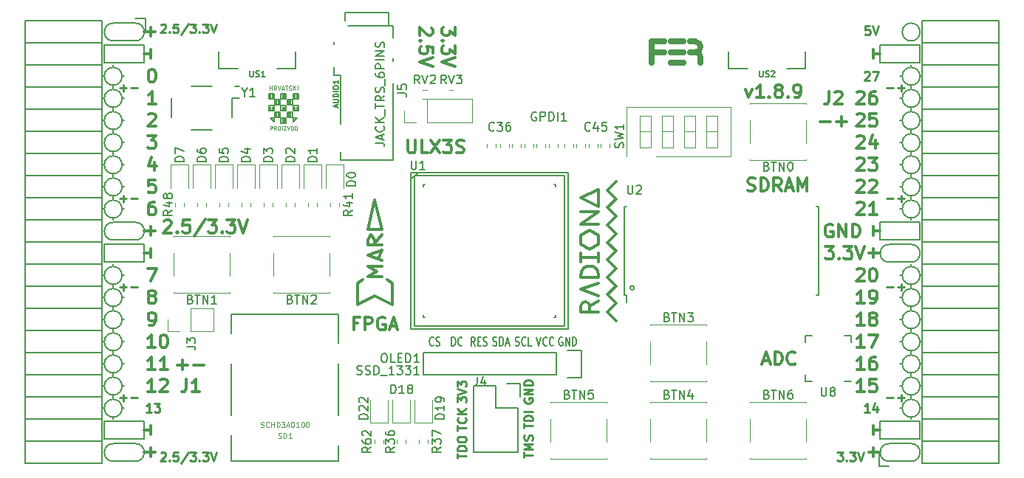
<source format=gto>
G04 #@! TF.GenerationSoftware,KiCad,Pcbnew,5.0.0-rc2+dfsg1-2*
G04 #@! TF.CreationDate,2018-06-06T08:38:01+02:00*
G04 #@! TF.ProjectId,ulx3s,756C7833732E6B696361645F70636200,rev?*
G04 #@! TF.SameCoordinates,Original*
G04 #@! TF.FileFunction,Legend,Top*
G04 #@! TF.FilePolarity,Positive*
%FSLAX46Y46*%
G04 Gerber Fmt 4.6, Leading zero omitted, Abs format (unit mm)*
G04 Created by KiCad (PCBNEW 5.0.0-rc2+dfsg1-2) date Wed Jun  6 08:38:01 2018*
%MOMM*%
%LPD*%
G01*
G04 APERTURE LIST*
%ADD10C,0.300000*%
%ADD11C,0.200000*%
%ADD12C,0.250000*%
%ADD13C,0.150000*%
%ADD14C,0.120000*%
%ADD15C,0.700000*%
%ADD16C,0.152400*%
%ADD17C,0.124460*%
%ADD18C,0.075000*%
G04 APERTURE END LIST*
D10*
X134560428Y-62144714D02*
X134560428Y-63073285D01*
X133989000Y-62573285D01*
X133989000Y-62787571D01*
X133917571Y-62930428D01*
X133846142Y-63001857D01*
X133703285Y-63073285D01*
X133346142Y-63073285D01*
X133203285Y-63001857D01*
X133131857Y-62930428D01*
X133060428Y-62787571D01*
X133060428Y-62359000D01*
X133131857Y-62216142D01*
X133203285Y-62144714D01*
X133203285Y-63716142D02*
X133131857Y-63787571D01*
X133060428Y-63716142D01*
X133131857Y-63644714D01*
X133203285Y-63716142D01*
X133060428Y-63716142D01*
X134560428Y-64287571D02*
X134560428Y-65216142D01*
X133989000Y-64716142D01*
X133989000Y-64930428D01*
X133917571Y-65073285D01*
X133846142Y-65144714D01*
X133703285Y-65216142D01*
X133346142Y-65216142D01*
X133203285Y-65144714D01*
X133131857Y-65073285D01*
X133060428Y-64930428D01*
X133060428Y-64501857D01*
X133131857Y-64359000D01*
X133203285Y-64287571D01*
X134560428Y-65644714D02*
X133060428Y-66144714D01*
X134560428Y-66644714D01*
X131877571Y-62216142D02*
X131949000Y-62287571D01*
X132020428Y-62430428D01*
X132020428Y-62787571D01*
X131949000Y-62930428D01*
X131877571Y-63001857D01*
X131734714Y-63073285D01*
X131591857Y-63073285D01*
X131377571Y-63001857D01*
X130520428Y-62144714D01*
X130520428Y-63073285D01*
X130663285Y-63716142D02*
X130591857Y-63787571D01*
X130520428Y-63716142D01*
X130591857Y-63644714D01*
X130663285Y-63716142D01*
X130520428Y-63716142D01*
X132020428Y-65144714D02*
X132020428Y-64430428D01*
X131306142Y-64359000D01*
X131377571Y-64430428D01*
X131449000Y-64573285D01*
X131449000Y-64930428D01*
X131377571Y-65073285D01*
X131306142Y-65144714D01*
X131163285Y-65216142D01*
X130806142Y-65216142D01*
X130663285Y-65144714D01*
X130591857Y-65073285D01*
X130520428Y-64930428D01*
X130520428Y-64573285D01*
X130591857Y-64430428D01*
X130663285Y-64359000D01*
X132020428Y-65644714D02*
X130520428Y-66144714D01*
X132020428Y-66644714D01*
X102760000Y-100897142D02*
X103902857Y-100897142D01*
X103331428Y-101468571D02*
X103331428Y-100325714D01*
X104617142Y-100897142D02*
X105760000Y-100897142D01*
X167847714Y-69226571D02*
X168204857Y-70226571D01*
X168562000Y-69226571D01*
X169919142Y-70226571D02*
X169062000Y-70226571D01*
X169490571Y-70226571D02*
X169490571Y-68726571D01*
X169347714Y-68940857D01*
X169204857Y-69083714D01*
X169062000Y-69155142D01*
X170562000Y-70083714D02*
X170633428Y-70155142D01*
X170562000Y-70226571D01*
X170490571Y-70155142D01*
X170562000Y-70083714D01*
X170562000Y-70226571D01*
X171490571Y-69369428D02*
X171347714Y-69298000D01*
X171276285Y-69226571D01*
X171204857Y-69083714D01*
X171204857Y-69012285D01*
X171276285Y-68869428D01*
X171347714Y-68798000D01*
X171490571Y-68726571D01*
X171776285Y-68726571D01*
X171919142Y-68798000D01*
X171990571Y-68869428D01*
X172062000Y-69012285D01*
X172062000Y-69083714D01*
X171990571Y-69226571D01*
X171919142Y-69298000D01*
X171776285Y-69369428D01*
X171490571Y-69369428D01*
X171347714Y-69440857D01*
X171276285Y-69512285D01*
X171204857Y-69655142D01*
X171204857Y-69940857D01*
X171276285Y-70083714D01*
X171347714Y-70155142D01*
X171490571Y-70226571D01*
X171776285Y-70226571D01*
X171919142Y-70155142D01*
X171990571Y-70083714D01*
X172062000Y-69940857D01*
X172062000Y-69655142D01*
X171990571Y-69512285D01*
X171919142Y-69440857D01*
X171776285Y-69369428D01*
X172704857Y-70083714D02*
X172776285Y-70155142D01*
X172704857Y-70226571D01*
X172633428Y-70155142D01*
X172704857Y-70083714D01*
X172704857Y-70226571D01*
X173490571Y-70226571D02*
X173776285Y-70226571D01*
X173919142Y-70155142D01*
X173990571Y-70083714D01*
X174133428Y-69869428D01*
X174204857Y-69583714D01*
X174204857Y-69012285D01*
X174133428Y-68869428D01*
X174062000Y-68798000D01*
X173919142Y-68726571D01*
X173633428Y-68726571D01*
X173490571Y-68798000D01*
X173419142Y-68869428D01*
X173347714Y-69012285D01*
X173347714Y-69369428D01*
X173419142Y-69512285D01*
X173490571Y-69583714D01*
X173633428Y-69655142D01*
X173919142Y-69655142D01*
X174062000Y-69583714D01*
X174133428Y-69512285D01*
X174204857Y-69369428D01*
X182492000Y-87582000D02*
X182492000Y-88598000D01*
X181984000Y-88090000D02*
X183254000Y-88090000D01*
X182492000Y-110442000D02*
X182492000Y-111458000D01*
X183254000Y-110950000D02*
X181984000Y-110950000D01*
X99688000Y-110442000D02*
X99688000Y-111458000D01*
X98926000Y-110950000D02*
X100196000Y-110950000D01*
X99688000Y-62182000D02*
X99688000Y-63198000D01*
X98926000Y-62690000D02*
X100196000Y-62690000D01*
X99688000Y-85042000D02*
X99688000Y-86058000D01*
X98926000Y-85550000D02*
X100196000Y-85550000D01*
D11*
X97910000Y-63706000D02*
G75*
G03X97910000Y-61674000I0J1016000D01*
G01*
X184270000Y-109934000D02*
G75*
G03X184270000Y-111966000I0J-1016000D01*
G01*
X95370000Y-111966000D02*
X97910000Y-111966000D01*
X95370000Y-109934000D02*
X97910000Y-109934000D01*
X97910000Y-111966000D02*
G75*
G03X97910000Y-109934000I0J1016000D01*
G01*
X95370000Y-109934000D02*
G75*
G03X95370000Y-111966000I0J-1016000D01*
G01*
X95370000Y-61674000D02*
X97910000Y-61674000D01*
X95370000Y-63706000D02*
X97910000Y-63706000D01*
X95370000Y-61674000D02*
G75*
G03X95370000Y-63706000I0J-1016000D01*
G01*
X95370000Y-84534000D02*
X97910000Y-84534000D01*
X95370000Y-86566000D02*
X97910000Y-86566000D01*
X95370000Y-84534000D02*
G75*
G03X95370000Y-86566000I0J-1016000D01*
G01*
X97910000Y-86566000D02*
G75*
G03X97910000Y-84534000I0J1016000D01*
G01*
X187826000Y-62690000D02*
G75*
G03X187826000Y-62690000I-1016000J0D01*
G01*
X184270000Y-89106000D02*
X186810000Y-89106000D01*
X184270000Y-87074000D02*
X186810000Y-87074000D01*
X184270000Y-87074000D02*
G75*
G03X184270000Y-89106000I0J-1016000D01*
G01*
X186810000Y-89106000D02*
G75*
G03X186810000Y-87074000I0J1016000D01*
G01*
X186810000Y-111966000D02*
X184270000Y-111966000D01*
X186810000Y-109934000D02*
X184270000Y-109934000D01*
X186810000Y-111966000D02*
G75*
G03X186810000Y-109934000I0J1016000D01*
G01*
X94354000Y-66246000D02*
X94354000Y-64214000D01*
X98926000Y-66246000D02*
X94354000Y-66246000D01*
X98926000Y-64214000D02*
X98926000Y-66246000D01*
X94354000Y-64214000D02*
X98926000Y-64214000D01*
X94354000Y-87074000D02*
X98926000Y-87074000D01*
X94354000Y-89106000D02*
X94354000Y-87074000D01*
X98926000Y-89106000D02*
X94354000Y-89106000D01*
X98926000Y-87074000D02*
X98926000Y-89106000D01*
X94354000Y-109426000D02*
X98926000Y-109426000D01*
X94354000Y-107394000D02*
X94354000Y-109426000D01*
X98926000Y-107394000D02*
X94354000Y-107394000D01*
X98926000Y-109426000D02*
X98926000Y-107394000D01*
X183254000Y-109426000D02*
X187826000Y-109426000D01*
X183254000Y-107394000D02*
X183254000Y-109426000D01*
X187826000Y-107394000D02*
X187826000Y-109426000D01*
X183254000Y-107394000D02*
X187826000Y-107394000D01*
X183254000Y-66246000D02*
X187826000Y-66246000D01*
X183254000Y-64214000D02*
X183254000Y-66246000D01*
X187826000Y-64214000D02*
X183254000Y-64214000D01*
X187826000Y-66246000D02*
X187826000Y-64214000D01*
X183254000Y-84534000D02*
X187826000Y-84534000D01*
X183254000Y-86566000D02*
X183254000Y-84534000D01*
X187826000Y-86566000D02*
X183254000Y-86566000D01*
X187826000Y-84534000D02*
X187826000Y-86566000D01*
D12*
X96148000Y-69111428D02*
X96909904Y-69111428D01*
X96528952Y-69492380D02*
X96528952Y-68730476D01*
X97386095Y-69111428D02*
X98148000Y-69111428D01*
X96148000Y-81811428D02*
X96909904Y-81811428D01*
X96528952Y-82192380D02*
X96528952Y-81430476D01*
X97386095Y-81811428D02*
X98148000Y-81811428D01*
X96148000Y-91971428D02*
X96909904Y-91971428D01*
X96528952Y-92352380D02*
X96528952Y-91590476D01*
X97386095Y-91971428D02*
X98148000Y-91971428D01*
X96148000Y-104671428D02*
X96909904Y-104671428D01*
X96528952Y-105052380D02*
X96528952Y-104290476D01*
X97386095Y-104671428D02*
X98148000Y-104671428D01*
X184032000Y-104671428D02*
X184793904Y-104671428D01*
X185270095Y-104671428D02*
X186032000Y-104671428D01*
X185651047Y-105052380D02*
X185651047Y-104290476D01*
X184032000Y-91971428D02*
X184793904Y-91971428D01*
X185270095Y-91971428D02*
X186032000Y-91971428D01*
X185651047Y-92352380D02*
X185651047Y-91590476D01*
X184032000Y-81811428D02*
X184793904Y-81811428D01*
X185270095Y-81811428D02*
X186032000Y-81811428D01*
X185651047Y-82192380D02*
X185651047Y-81430476D01*
X184032000Y-69111428D02*
X184793904Y-69111428D01*
X185270095Y-69111428D02*
X186032000Y-69111428D01*
X185651047Y-69492380D02*
X185651047Y-68730476D01*
D10*
X176420000Y-72957142D02*
X177562857Y-72957142D01*
X178277142Y-72957142D02*
X179420000Y-72957142D01*
X178848571Y-73528571D02*
X178848571Y-72385714D01*
D11*
X187826000Y-67770000D02*
G75*
G03X187826000Y-67770000I-1016000J0D01*
G01*
X187826000Y-70310000D02*
G75*
G03X187826000Y-70310000I-1016000J0D01*
G01*
X187826000Y-72850000D02*
G75*
G03X187826000Y-72850000I-1016000J0D01*
G01*
X187826000Y-75390000D02*
G75*
G03X187826000Y-75390000I-1016000J0D01*
G01*
X187826000Y-77930000D02*
G75*
G03X187826000Y-77930000I-1016000J0D01*
G01*
X187826000Y-80470000D02*
G75*
G03X187826000Y-80470000I-1016000J0D01*
G01*
X187826000Y-83010000D02*
G75*
G03X187826000Y-83010000I-1016000J0D01*
G01*
X187826000Y-90630000D02*
G75*
G03X187826000Y-90630000I-1016000J0D01*
G01*
X187826000Y-93170000D02*
G75*
G03X187826000Y-93170000I-1016000J0D01*
G01*
X187826000Y-95710000D02*
G75*
G03X187826000Y-95710000I-1016000J0D01*
G01*
X187826000Y-98250000D02*
G75*
G03X187826000Y-98250000I-1016000J0D01*
G01*
X187826000Y-100790000D02*
G75*
G03X187826000Y-100790000I-1016000J0D01*
G01*
X187826000Y-103330000D02*
G75*
G03X187826000Y-103330000I-1016000J0D01*
G01*
X187826000Y-105870000D02*
G75*
G03X187826000Y-105870000I-1016000J0D01*
G01*
X96386000Y-105870000D02*
G75*
G03X96386000Y-105870000I-1016000J0D01*
G01*
X96386000Y-103330000D02*
G75*
G03X96386000Y-103330000I-1016000J0D01*
G01*
X96386000Y-100790000D02*
G75*
G03X96386000Y-100790000I-1016000J0D01*
G01*
X96386000Y-98250000D02*
G75*
G03X96386000Y-98250000I-1016000J0D01*
G01*
X96386000Y-95710000D02*
G75*
G03X96386000Y-95710000I-1016000J0D01*
G01*
X96386000Y-93170000D02*
G75*
G03X96386000Y-93170000I-1016000J0D01*
G01*
X96386000Y-90630000D02*
G75*
G03X96386000Y-90630000I-1016000J0D01*
G01*
X96386000Y-83010000D02*
G75*
G03X96386000Y-83010000I-1016000J0D01*
G01*
X96386000Y-80470000D02*
G75*
G03X96386000Y-80470000I-1016000J0D01*
G01*
X96386000Y-77930000D02*
G75*
G03X96386000Y-77930000I-1016000J0D01*
G01*
X96386000Y-75390000D02*
G75*
G03X96386000Y-75390000I-1016000J0D01*
G01*
X96386000Y-72850000D02*
G75*
G03X96386000Y-72850000I-1016000J0D01*
G01*
X96386000Y-70310000D02*
G75*
G03X96386000Y-70310000I-1016000J0D01*
G01*
X96386000Y-67770000D02*
G75*
G03X96386000Y-67770000I-1016000J0D01*
G01*
D10*
X177793142Y-84800000D02*
X177650285Y-84728571D01*
X177436000Y-84728571D01*
X177221714Y-84800000D01*
X177078857Y-84942857D01*
X177007428Y-85085714D01*
X176936000Y-85371428D01*
X176936000Y-85585714D01*
X177007428Y-85871428D01*
X177078857Y-86014285D01*
X177221714Y-86157142D01*
X177436000Y-86228571D01*
X177578857Y-86228571D01*
X177793142Y-86157142D01*
X177864571Y-86085714D01*
X177864571Y-85585714D01*
X177578857Y-85585714D01*
X178507428Y-86228571D02*
X178507428Y-84728571D01*
X179364571Y-86228571D01*
X179364571Y-84728571D01*
X180078857Y-86228571D02*
X180078857Y-84728571D01*
X180436000Y-84728571D01*
X180650285Y-84800000D01*
X180793142Y-84942857D01*
X180864571Y-85085714D01*
X180936000Y-85371428D01*
X180936000Y-85585714D01*
X180864571Y-85871428D01*
X180793142Y-86014285D01*
X180650285Y-86157142D01*
X180436000Y-86228571D01*
X180078857Y-86228571D01*
X182492000Y-86058000D02*
X182492000Y-85042000D01*
X183254000Y-85550000D02*
X182492000Y-85550000D01*
X182492000Y-107902000D02*
X182492000Y-108918000D01*
X182492000Y-108410000D02*
X183254000Y-108410000D01*
D12*
X182047523Y-106322380D02*
X181476095Y-106322380D01*
X181761809Y-106322380D02*
X181761809Y-105322380D01*
X181666571Y-105465238D01*
X181571333Y-105560476D01*
X181476095Y-105608095D01*
X182904666Y-105655714D02*
X182904666Y-106322380D01*
X182666571Y-105274761D02*
X182428476Y-105989047D01*
X183047523Y-105989047D01*
X181476095Y-67317619D02*
X181523714Y-67270000D01*
X181618952Y-67222380D01*
X181857047Y-67222380D01*
X181952285Y-67270000D01*
X181999904Y-67317619D01*
X182047523Y-67412857D01*
X182047523Y-67508095D01*
X181999904Y-67650952D01*
X181428476Y-68222380D01*
X182047523Y-68222380D01*
X182380857Y-67222380D02*
X183047523Y-67222380D01*
X182618952Y-68222380D01*
D10*
X182492000Y-64722000D02*
X182492000Y-65738000D01*
X182492000Y-65230000D02*
X183254000Y-65230000D01*
X99688000Y-107902000D02*
X99688000Y-108918000D01*
X98926000Y-108410000D02*
X99688000Y-108410000D01*
X99315000Y-74568571D02*
X100243571Y-74568571D01*
X99743571Y-75140000D01*
X99957857Y-75140000D01*
X100100714Y-75211428D01*
X100172142Y-75282857D01*
X100243571Y-75425714D01*
X100243571Y-75782857D01*
X100172142Y-75925714D01*
X100100714Y-75997142D01*
X99957857Y-76068571D01*
X99529285Y-76068571D01*
X99386428Y-75997142D01*
X99315000Y-75925714D01*
X100100714Y-77608571D02*
X100100714Y-78608571D01*
X99743571Y-77037142D02*
X99386428Y-78108571D01*
X100315000Y-78108571D01*
X100172142Y-79648571D02*
X99457857Y-79648571D01*
X99386428Y-80362857D01*
X99457857Y-80291428D01*
X99600714Y-80220000D01*
X99957857Y-80220000D01*
X100100714Y-80291428D01*
X100172142Y-80362857D01*
X100243571Y-80505714D01*
X100243571Y-80862857D01*
X100172142Y-81005714D01*
X100100714Y-81077142D01*
X99957857Y-81148571D01*
X99600714Y-81148571D01*
X99457857Y-81077142D01*
X99386428Y-81005714D01*
D12*
X99751523Y-106322380D02*
X99180095Y-106322380D01*
X99465809Y-106322380D02*
X99465809Y-105322380D01*
X99370571Y-105465238D01*
X99275333Y-105560476D01*
X99180095Y-105608095D01*
X100084857Y-105322380D02*
X100703904Y-105322380D01*
X100370571Y-105703333D01*
X100513428Y-105703333D01*
X100608666Y-105750952D01*
X100656285Y-105798571D01*
X100703904Y-105893809D01*
X100703904Y-106131904D01*
X100656285Y-106227142D01*
X100608666Y-106274761D01*
X100513428Y-106322380D01*
X100227714Y-106322380D01*
X100132476Y-106274761D01*
X100084857Y-106227142D01*
D10*
X99315000Y-89808571D02*
X100315000Y-89808571D01*
X99672142Y-91308571D01*
X99688000Y-87582000D02*
X99688000Y-88598000D01*
X98926000Y-88090000D02*
X99688000Y-88090000D01*
X99688000Y-64722000D02*
X99688000Y-65738000D01*
X98926000Y-65230000D02*
X99688000Y-65230000D01*
D12*
X100817976Y-61874619D02*
X100865595Y-61827000D01*
X100960833Y-61779380D01*
X101198928Y-61779380D01*
X101294166Y-61827000D01*
X101341785Y-61874619D01*
X101389404Y-61969857D01*
X101389404Y-62065095D01*
X101341785Y-62207952D01*
X100770357Y-62779380D01*
X101389404Y-62779380D01*
X101817976Y-62684142D02*
X101865595Y-62731761D01*
X101817976Y-62779380D01*
X101770357Y-62731761D01*
X101817976Y-62684142D01*
X101817976Y-62779380D01*
X102770357Y-61779380D02*
X102294166Y-61779380D01*
X102246547Y-62255571D01*
X102294166Y-62207952D01*
X102389404Y-62160333D01*
X102627500Y-62160333D01*
X102722738Y-62207952D01*
X102770357Y-62255571D01*
X102817976Y-62350809D01*
X102817976Y-62588904D01*
X102770357Y-62684142D01*
X102722738Y-62731761D01*
X102627500Y-62779380D01*
X102389404Y-62779380D01*
X102294166Y-62731761D01*
X102246547Y-62684142D01*
X103960833Y-61731761D02*
X103103690Y-63017476D01*
X104198928Y-61779380D02*
X104817976Y-61779380D01*
X104484642Y-62160333D01*
X104627500Y-62160333D01*
X104722738Y-62207952D01*
X104770357Y-62255571D01*
X104817976Y-62350809D01*
X104817976Y-62588904D01*
X104770357Y-62684142D01*
X104722738Y-62731761D01*
X104627500Y-62779380D01*
X104341785Y-62779380D01*
X104246547Y-62731761D01*
X104198928Y-62684142D01*
X105246547Y-62684142D02*
X105294166Y-62731761D01*
X105246547Y-62779380D01*
X105198928Y-62731761D01*
X105246547Y-62684142D01*
X105246547Y-62779380D01*
X105627500Y-61779380D02*
X106246547Y-61779380D01*
X105913214Y-62160333D01*
X106056071Y-62160333D01*
X106151309Y-62207952D01*
X106198928Y-62255571D01*
X106246547Y-62350809D01*
X106246547Y-62588904D01*
X106198928Y-62684142D01*
X106151309Y-62731761D01*
X106056071Y-62779380D01*
X105770357Y-62779380D01*
X105675119Y-62731761D01*
X105627500Y-62684142D01*
X106532261Y-61779380D02*
X106865595Y-62779380D01*
X107198928Y-61779380D01*
X178360261Y-110910380D02*
X178979309Y-110910380D01*
X178645976Y-111291333D01*
X178788833Y-111291333D01*
X178884071Y-111338952D01*
X178931690Y-111386571D01*
X178979309Y-111481809D01*
X178979309Y-111719904D01*
X178931690Y-111815142D01*
X178884071Y-111862761D01*
X178788833Y-111910380D01*
X178503119Y-111910380D01*
X178407880Y-111862761D01*
X178360261Y-111815142D01*
X179407880Y-111815142D02*
X179455500Y-111862761D01*
X179407880Y-111910380D01*
X179360261Y-111862761D01*
X179407880Y-111815142D01*
X179407880Y-111910380D01*
X179788833Y-110910380D02*
X180407880Y-110910380D01*
X180074547Y-111291333D01*
X180217404Y-111291333D01*
X180312642Y-111338952D01*
X180360261Y-111386571D01*
X180407880Y-111481809D01*
X180407880Y-111719904D01*
X180360261Y-111815142D01*
X180312642Y-111862761D01*
X180217404Y-111910380D01*
X179931690Y-111910380D01*
X179836452Y-111862761D01*
X179788833Y-111815142D01*
X180693595Y-110910380D02*
X181026928Y-111910380D01*
X181360261Y-110910380D01*
D10*
X101199714Y-84381428D02*
X101271142Y-84310000D01*
X101414000Y-84238571D01*
X101771142Y-84238571D01*
X101914000Y-84310000D01*
X101985428Y-84381428D01*
X102056857Y-84524285D01*
X102056857Y-84667142D01*
X101985428Y-84881428D01*
X101128285Y-85738571D01*
X102056857Y-85738571D01*
X102699714Y-85595714D02*
X102771142Y-85667142D01*
X102699714Y-85738571D01*
X102628285Y-85667142D01*
X102699714Y-85595714D01*
X102699714Y-85738571D01*
X104128285Y-84238571D02*
X103414000Y-84238571D01*
X103342571Y-84952857D01*
X103414000Y-84881428D01*
X103556857Y-84810000D01*
X103914000Y-84810000D01*
X104056857Y-84881428D01*
X104128285Y-84952857D01*
X104199714Y-85095714D01*
X104199714Y-85452857D01*
X104128285Y-85595714D01*
X104056857Y-85667142D01*
X103914000Y-85738571D01*
X103556857Y-85738571D01*
X103414000Y-85667142D01*
X103342571Y-85595714D01*
X105914000Y-84167142D02*
X104628285Y-86095714D01*
X106271142Y-84238571D02*
X107199714Y-84238571D01*
X106699714Y-84810000D01*
X106914000Y-84810000D01*
X107056857Y-84881428D01*
X107128285Y-84952857D01*
X107199714Y-85095714D01*
X107199714Y-85452857D01*
X107128285Y-85595714D01*
X107056857Y-85667142D01*
X106914000Y-85738571D01*
X106485428Y-85738571D01*
X106342571Y-85667142D01*
X106271142Y-85595714D01*
X107842571Y-85595714D02*
X107914000Y-85667142D01*
X107842571Y-85738571D01*
X107771142Y-85667142D01*
X107842571Y-85595714D01*
X107842571Y-85738571D01*
X108414000Y-84238571D02*
X109342571Y-84238571D01*
X108842571Y-84810000D01*
X109056857Y-84810000D01*
X109199714Y-84881428D01*
X109271142Y-84952857D01*
X109342571Y-85095714D01*
X109342571Y-85452857D01*
X109271142Y-85595714D01*
X109199714Y-85667142D01*
X109056857Y-85738571D01*
X108628285Y-85738571D01*
X108485428Y-85667142D01*
X108414000Y-85595714D01*
X109771142Y-84238571D02*
X110271142Y-85738571D01*
X110771142Y-84238571D01*
D12*
X100817976Y-111023619D02*
X100865595Y-110976000D01*
X100960833Y-110928380D01*
X101198928Y-110928380D01*
X101294166Y-110976000D01*
X101341785Y-111023619D01*
X101389404Y-111118857D01*
X101389404Y-111214095D01*
X101341785Y-111356952D01*
X100770357Y-111928380D01*
X101389404Y-111928380D01*
X101817976Y-111833142D02*
X101865595Y-111880761D01*
X101817976Y-111928380D01*
X101770357Y-111880761D01*
X101817976Y-111833142D01*
X101817976Y-111928380D01*
X102770357Y-110928380D02*
X102294166Y-110928380D01*
X102246547Y-111404571D01*
X102294166Y-111356952D01*
X102389404Y-111309333D01*
X102627500Y-111309333D01*
X102722738Y-111356952D01*
X102770357Y-111404571D01*
X102817976Y-111499809D01*
X102817976Y-111737904D01*
X102770357Y-111833142D01*
X102722738Y-111880761D01*
X102627500Y-111928380D01*
X102389404Y-111928380D01*
X102294166Y-111880761D01*
X102246547Y-111833142D01*
X103960833Y-110880761D02*
X103103690Y-112166476D01*
X104198928Y-110928380D02*
X104817976Y-110928380D01*
X104484642Y-111309333D01*
X104627500Y-111309333D01*
X104722738Y-111356952D01*
X104770357Y-111404571D01*
X104817976Y-111499809D01*
X104817976Y-111737904D01*
X104770357Y-111833142D01*
X104722738Y-111880761D01*
X104627500Y-111928380D01*
X104341785Y-111928380D01*
X104246547Y-111880761D01*
X104198928Y-111833142D01*
X105246547Y-111833142D02*
X105294166Y-111880761D01*
X105246547Y-111928380D01*
X105198928Y-111880761D01*
X105246547Y-111833142D01*
X105246547Y-111928380D01*
X105627500Y-110928380D02*
X106246547Y-110928380D01*
X105913214Y-111309333D01*
X106056071Y-111309333D01*
X106151309Y-111356952D01*
X106198928Y-111404571D01*
X106246547Y-111499809D01*
X106246547Y-111737904D01*
X106198928Y-111833142D01*
X106151309Y-111880761D01*
X106056071Y-111928380D01*
X105770357Y-111928380D01*
X105675119Y-111880761D01*
X105627500Y-111833142D01*
X106532261Y-110928380D02*
X106865595Y-111928380D01*
X107198928Y-110928380D01*
X182047523Y-62015380D02*
X181571333Y-62015380D01*
X181523714Y-62491571D01*
X181571333Y-62443952D01*
X181666571Y-62396333D01*
X181904666Y-62396333D01*
X181999904Y-62443952D01*
X182047523Y-62491571D01*
X182095142Y-62586809D01*
X182095142Y-62824904D01*
X182047523Y-62920142D01*
X181999904Y-62967761D01*
X181904666Y-63015380D01*
X181666571Y-63015380D01*
X181571333Y-62967761D01*
X181523714Y-62920142D01*
X182380857Y-62015380D02*
X182714190Y-63015380D01*
X183047523Y-62015380D01*
D10*
X180587142Y-69631428D02*
X180658571Y-69560000D01*
X180801428Y-69488571D01*
X181158571Y-69488571D01*
X181301428Y-69560000D01*
X181372857Y-69631428D01*
X181444285Y-69774285D01*
X181444285Y-69917142D01*
X181372857Y-70131428D01*
X180515714Y-70988571D01*
X181444285Y-70988571D01*
X182730000Y-69488571D02*
X182444285Y-69488571D01*
X182301428Y-69560000D01*
X182230000Y-69631428D01*
X182087142Y-69845714D01*
X182015714Y-70131428D01*
X182015714Y-70702857D01*
X182087142Y-70845714D01*
X182158571Y-70917142D01*
X182301428Y-70988571D01*
X182587142Y-70988571D01*
X182730000Y-70917142D01*
X182801428Y-70845714D01*
X182872857Y-70702857D01*
X182872857Y-70345714D01*
X182801428Y-70202857D01*
X182730000Y-70131428D01*
X182587142Y-70060000D01*
X182301428Y-70060000D01*
X182158571Y-70131428D01*
X182087142Y-70202857D01*
X182015714Y-70345714D01*
X180587142Y-72171428D02*
X180658571Y-72100000D01*
X180801428Y-72028571D01*
X181158571Y-72028571D01*
X181301428Y-72100000D01*
X181372857Y-72171428D01*
X181444285Y-72314285D01*
X181444285Y-72457142D01*
X181372857Y-72671428D01*
X180515714Y-73528571D01*
X181444285Y-73528571D01*
X182801428Y-72028571D02*
X182087142Y-72028571D01*
X182015714Y-72742857D01*
X182087142Y-72671428D01*
X182230000Y-72600000D01*
X182587142Y-72600000D01*
X182730000Y-72671428D01*
X182801428Y-72742857D01*
X182872857Y-72885714D01*
X182872857Y-73242857D01*
X182801428Y-73385714D01*
X182730000Y-73457142D01*
X182587142Y-73528571D01*
X182230000Y-73528571D01*
X182087142Y-73457142D01*
X182015714Y-73385714D01*
X180587142Y-74711428D02*
X180658571Y-74640000D01*
X180801428Y-74568571D01*
X181158571Y-74568571D01*
X181301428Y-74640000D01*
X181372857Y-74711428D01*
X181444285Y-74854285D01*
X181444285Y-74997142D01*
X181372857Y-75211428D01*
X180515714Y-76068571D01*
X181444285Y-76068571D01*
X182730000Y-75068571D02*
X182730000Y-76068571D01*
X182372857Y-74497142D02*
X182015714Y-75568571D01*
X182944285Y-75568571D01*
X180587142Y-77251428D02*
X180658571Y-77180000D01*
X180801428Y-77108571D01*
X181158571Y-77108571D01*
X181301428Y-77180000D01*
X181372857Y-77251428D01*
X181444285Y-77394285D01*
X181444285Y-77537142D01*
X181372857Y-77751428D01*
X180515714Y-78608571D01*
X181444285Y-78608571D01*
X181944285Y-77108571D02*
X182872857Y-77108571D01*
X182372857Y-77680000D01*
X182587142Y-77680000D01*
X182730000Y-77751428D01*
X182801428Y-77822857D01*
X182872857Y-77965714D01*
X182872857Y-78322857D01*
X182801428Y-78465714D01*
X182730000Y-78537142D01*
X182587142Y-78608571D01*
X182158571Y-78608571D01*
X182015714Y-78537142D01*
X181944285Y-78465714D01*
X180587142Y-79791428D02*
X180658571Y-79720000D01*
X180801428Y-79648571D01*
X181158571Y-79648571D01*
X181301428Y-79720000D01*
X181372857Y-79791428D01*
X181444285Y-79934285D01*
X181444285Y-80077142D01*
X181372857Y-80291428D01*
X180515714Y-81148571D01*
X181444285Y-81148571D01*
X182015714Y-79791428D02*
X182087142Y-79720000D01*
X182230000Y-79648571D01*
X182587142Y-79648571D01*
X182730000Y-79720000D01*
X182801428Y-79791428D01*
X182872857Y-79934285D01*
X182872857Y-80077142D01*
X182801428Y-80291428D01*
X181944285Y-81148571D01*
X182872857Y-81148571D01*
X180587142Y-82331428D02*
X180658571Y-82260000D01*
X180801428Y-82188571D01*
X181158571Y-82188571D01*
X181301428Y-82260000D01*
X181372857Y-82331428D01*
X181444285Y-82474285D01*
X181444285Y-82617142D01*
X181372857Y-82831428D01*
X180515714Y-83688571D01*
X181444285Y-83688571D01*
X182872857Y-83688571D02*
X182015714Y-83688571D01*
X182444285Y-83688571D02*
X182444285Y-82188571D01*
X182301428Y-82402857D01*
X182158571Y-82545714D01*
X182015714Y-82617142D01*
X176975714Y-87268571D02*
X177904285Y-87268571D01*
X177404285Y-87840000D01*
X177618571Y-87840000D01*
X177761428Y-87911428D01*
X177832857Y-87982857D01*
X177904285Y-88125714D01*
X177904285Y-88482857D01*
X177832857Y-88625714D01*
X177761428Y-88697142D01*
X177618571Y-88768571D01*
X177190000Y-88768571D01*
X177047142Y-88697142D01*
X176975714Y-88625714D01*
X178547142Y-88625714D02*
X178618571Y-88697142D01*
X178547142Y-88768571D01*
X178475714Y-88697142D01*
X178547142Y-88625714D01*
X178547142Y-88768571D01*
X179118571Y-87268571D02*
X180047142Y-87268571D01*
X179547142Y-87840000D01*
X179761428Y-87840000D01*
X179904285Y-87911428D01*
X179975714Y-87982857D01*
X180047142Y-88125714D01*
X180047142Y-88482857D01*
X179975714Y-88625714D01*
X179904285Y-88697142D01*
X179761428Y-88768571D01*
X179332857Y-88768571D01*
X179190000Y-88697142D01*
X179118571Y-88625714D01*
X180475714Y-87268571D02*
X180975714Y-88768571D01*
X181475714Y-87268571D01*
X180587142Y-89951428D02*
X180658571Y-89880000D01*
X180801428Y-89808571D01*
X181158571Y-89808571D01*
X181301428Y-89880000D01*
X181372857Y-89951428D01*
X181444285Y-90094285D01*
X181444285Y-90237142D01*
X181372857Y-90451428D01*
X180515714Y-91308571D01*
X181444285Y-91308571D01*
X182372857Y-89808571D02*
X182515714Y-89808571D01*
X182658571Y-89880000D01*
X182730000Y-89951428D01*
X182801428Y-90094285D01*
X182872857Y-90380000D01*
X182872857Y-90737142D01*
X182801428Y-91022857D01*
X182730000Y-91165714D01*
X182658571Y-91237142D01*
X182515714Y-91308571D01*
X182372857Y-91308571D01*
X182230000Y-91237142D01*
X182158571Y-91165714D01*
X182087142Y-91022857D01*
X182015714Y-90737142D01*
X182015714Y-90380000D01*
X182087142Y-90094285D01*
X182158571Y-89951428D01*
X182230000Y-89880000D01*
X182372857Y-89808571D01*
X181444285Y-93848571D02*
X180587142Y-93848571D01*
X181015714Y-93848571D02*
X181015714Y-92348571D01*
X180872857Y-92562857D01*
X180730000Y-92705714D01*
X180587142Y-92777142D01*
X182158571Y-93848571D02*
X182444285Y-93848571D01*
X182587142Y-93777142D01*
X182658571Y-93705714D01*
X182801428Y-93491428D01*
X182872857Y-93205714D01*
X182872857Y-92634285D01*
X182801428Y-92491428D01*
X182730000Y-92420000D01*
X182587142Y-92348571D01*
X182301428Y-92348571D01*
X182158571Y-92420000D01*
X182087142Y-92491428D01*
X182015714Y-92634285D01*
X182015714Y-92991428D01*
X182087142Y-93134285D01*
X182158571Y-93205714D01*
X182301428Y-93277142D01*
X182587142Y-93277142D01*
X182730000Y-93205714D01*
X182801428Y-93134285D01*
X182872857Y-92991428D01*
X181444285Y-96388571D02*
X180587142Y-96388571D01*
X181015714Y-96388571D02*
X181015714Y-94888571D01*
X180872857Y-95102857D01*
X180730000Y-95245714D01*
X180587142Y-95317142D01*
X182301428Y-95531428D02*
X182158571Y-95460000D01*
X182087142Y-95388571D01*
X182015714Y-95245714D01*
X182015714Y-95174285D01*
X182087142Y-95031428D01*
X182158571Y-94960000D01*
X182301428Y-94888571D01*
X182587142Y-94888571D01*
X182730000Y-94960000D01*
X182801428Y-95031428D01*
X182872857Y-95174285D01*
X182872857Y-95245714D01*
X182801428Y-95388571D01*
X182730000Y-95460000D01*
X182587142Y-95531428D01*
X182301428Y-95531428D01*
X182158571Y-95602857D01*
X182087142Y-95674285D01*
X182015714Y-95817142D01*
X182015714Y-96102857D01*
X182087142Y-96245714D01*
X182158571Y-96317142D01*
X182301428Y-96388571D01*
X182587142Y-96388571D01*
X182730000Y-96317142D01*
X182801428Y-96245714D01*
X182872857Y-96102857D01*
X182872857Y-95817142D01*
X182801428Y-95674285D01*
X182730000Y-95602857D01*
X182587142Y-95531428D01*
X181444285Y-98928571D02*
X180587142Y-98928571D01*
X181015714Y-98928571D02*
X181015714Y-97428571D01*
X180872857Y-97642857D01*
X180730000Y-97785714D01*
X180587142Y-97857142D01*
X181944285Y-97428571D02*
X182944285Y-97428571D01*
X182301428Y-98928571D01*
X181444285Y-101468571D02*
X180587142Y-101468571D01*
X181015714Y-101468571D02*
X181015714Y-99968571D01*
X180872857Y-100182857D01*
X180730000Y-100325714D01*
X180587142Y-100397142D01*
X182730000Y-99968571D02*
X182444285Y-99968571D01*
X182301428Y-100040000D01*
X182230000Y-100111428D01*
X182087142Y-100325714D01*
X182015714Y-100611428D01*
X182015714Y-101182857D01*
X182087142Y-101325714D01*
X182158571Y-101397142D01*
X182301428Y-101468571D01*
X182587142Y-101468571D01*
X182730000Y-101397142D01*
X182801428Y-101325714D01*
X182872857Y-101182857D01*
X182872857Y-100825714D01*
X182801428Y-100682857D01*
X182730000Y-100611428D01*
X182587142Y-100540000D01*
X182301428Y-100540000D01*
X182158571Y-100611428D01*
X182087142Y-100682857D01*
X182015714Y-100825714D01*
X181444285Y-104008571D02*
X180587142Y-104008571D01*
X181015714Y-104008571D02*
X181015714Y-102508571D01*
X180872857Y-102722857D01*
X180730000Y-102865714D01*
X180587142Y-102937142D01*
X182801428Y-102508571D02*
X182087142Y-102508571D01*
X182015714Y-103222857D01*
X182087142Y-103151428D01*
X182230000Y-103080000D01*
X182587142Y-103080000D01*
X182730000Y-103151428D01*
X182801428Y-103222857D01*
X182872857Y-103365714D01*
X182872857Y-103722857D01*
X182801428Y-103865714D01*
X182730000Y-103937142D01*
X182587142Y-104008571D01*
X182230000Y-104008571D01*
X182087142Y-103937142D01*
X182015714Y-103865714D01*
D11*
X186810000Y-66500000D02*
X186810000Y-66754000D01*
X187826000Y-67770000D02*
X188080000Y-67770000D01*
X185540000Y-67770000D02*
X185794000Y-67770000D01*
X186810000Y-69294000D02*
X186810000Y-68786000D01*
X187826000Y-70310000D02*
X188080000Y-70310000D01*
X185540000Y-70310000D02*
X185794000Y-70310000D01*
X186810000Y-71326000D02*
X186810000Y-71834000D01*
X187826000Y-72850000D02*
X188080000Y-72850000D01*
X185540000Y-72850000D02*
X185794000Y-72850000D01*
X186810000Y-73866000D02*
X186810000Y-74374000D01*
X187826000Y-75390000D02*
X188080000Y-75390000D01*
X185540000Y-75390000D02*
X185794000Y-75390000D01*
X186810000Y-76406000D02*
X186810000Y-76914000D01*
X187826000Y-77930000D02*
X188080000Y-77930000D01*
X185540000Y-77930000D02*
X185794000Y-77930000D01*
X186810000Y-79454000D02*
X186810000Y-78946000D01*
X187826000Y-80470000D02*
X188080000Y-80470000D01*
X185540000Y-80470000D02*
X185794000Y-80470000D01*
X186810000Y-81994000D02*
X186810000Y-81486000D01*
X187826000Y-83010000D02*
X188080000Y-83010000D01*
X185540000Y-83010000D02*
X185794000Y-83010000D01*
X186810000Y-84026000D02*
X186810000Y-84280000D01*
X186810000Y-89360000D02*
X186810000Y-89614000D01*
X187826000Y-90630000D02*
X188080000Y-90630000D01*
X185540000Y-90630000D02*
X185794000Y-90630000D01*
X186810000Y-91646000D02*
X186810000Y-92154000D01*
X187826000Y-93170000D02*
X188080000Y-93170000D01*
X185540000Y-93170000D02*
X185794000Y-93170000D01*
X186810000Y-94186000D02*
X186810000Y-94694000D01*
X187826000Y-95710000D02*
X188080000Y-95710000D01*
X185540000Y-95710000D02*
X185794000Y-95710000D01*
X186810000Y-97234000D02*
X186810000Y-96726000D01*
X187826000Y-98250000D02*
X188080000Y-98250000D01*
X185540000Y-98250000D02*
X185794000Y-98250000D01*
X187826000Y-100790000D02*
X188080000Y-100790000D01*
X185540000Y-100790000D02*
X185794000Y-100790000D01*
X186810000Y-99266000D02*
X186810000Y-99774000D01*
X186810000Y-102314000D02*
X186810000Y-101806000D01*
X187826000Y-103330000D02*
X188080000Y-103330000D01*
X185540000Y-103330000D02*
X185794000Y-103330000D01*
X186810000Y-104346000D02*
X186810000Y-104854000D01*
X185540000Y-105870000D02*
X185794000Y-105870000D01*
X187826000Y-105870000D02*
X188080000Y-105870000D01*
X186810000Y-106886000D02*
X186810000Y-107140000D01*
X95370000Y-66754000D02*
X95370000Y-66500000D01*
X96386000Y-67770000D02*
X96640000Y-67770000D01*
X94100000Y-67770000D02*
X94354000Y-67770000D01*
X95370000Y-68786000D02*
X95370000Y-69294000D01*
X96386000Y-70310000D02*
X96640000Y-70310000D01*
X94100000Y-70310000D02*
X94354000Y-70310000D01*
X95370000Y-71326000D02*
X95370000Y-71834000D01*
X96386000Y-72850000D02*
X96640000Y-72850000D01*
X94100000Y-72850000D02*
X94354000Y-72850000D01*
X95370000Y-73866000D02*
X95370000Y-74374000D01*
X96386000Y-75390000D02*
X96640000Y-75390000D01*
X95370000Y-76406000D02*
X95370000Y-76914000D01*
X96386000Y-77930000D02*
X96640000Y-77930000D01*
X94100000Y-77930000D02*
X94354000Y-77930000D01*
X95370000Y-79454000D02*
X95370000Y-78946000D01*
X96386000Y-80470000D02*
X96640000Y-80470000D01*
X94100000Y-80470000D02*
X94354000Y-80470000D01*
X95370000Y-81486000D02*
X95370000Y-81994000D01*
X96386000Y-83010000D02*
X96640000Y-83010000D01*
X95370000Y-84026000D02*
X95370000Y-84280000D01*
X94100000Y-83010000D02*
X94354000Y-83010000D01*
X95370000Y-106886000D02*
X95370000Y-107140000D01*
X95370000Y-89360000D02*
X95370000Y-89614000D01*
X96386000Y-93170000D02*
X96640000Y-93170000D01*
X94100000Y-93170000D02*
X94354000Y-93170000D01*
X95370000Y-94186000D02*
X95370000Y-94694000D01*
X94100000Y-90630000D02*
X94354000Y-90630000D01*
X96386000Y-90630000D02*
X96640000Y-90630000D01*
X95370000Y-92154000D02*
X95370000Y-91646000D01*
X96386000Y-95710000D02*
X96640000Y-95710000D01*
X94100000Y-95710000D02*
X94354000Y-95710000D01*
X96386000Y-98250000D02*
X96640000Y-98250000D01*
X94354000Y-98250000D02*
X94100000Y-98250000D01*
X95370000Y-96726000D02*
X95370000Y-97234000D01*
X95370000Y-99266000D02*
X95370000Y-99774000D01*
X94100000Y-100790000D02*
X94354000Y-100790000D01*
X96386000Y-100790000D02*
X96640000Y-100790000D01*
X94100000Y-103330000D02*
X94354000Y-103330000D01*
X96386000Y-103330000D02*
X96640000Y-103330000D01*
X95370000Y-101806000D02*
X95370000Y-102314000D01*
X95370000Y-104346000D02*
X95370000Y-104854000D01*
X96386000Y-105870000D02*
X96640000Y-105870000D01*
X94100000Y-105870000D02*
X94354000Y-105870000D01*
D10*
X100164285Y-104008571D02*
X99307142Y-104008571D01*
X99735714Y-104008571D02*
X99735714Y-102508571D01*
X99592857Y-102722857D01*
X99450000Y-102865714D01*
X99307142Y-102937142D01*
X100735714Y-102651428D02*
X100807142Y-102580000D01*
X100950000Y-102508571D01*
X101307142Y-102508571D01*
X101450000Y-102580000D01*
X101521428Y-102651428D01*
X101592857Y-102794285D01*
X101592857Y-102937142D01*
X101521428Y-103151428D01*
X100664285Y-104008571D01*
X101592857Y-104008571D01*
X100164285Y-101468571D02*
X99307142Y-101468571D01*
X99735714Y-101468571D02*
X99735714Y-99968571D01*
X99592857Y-100182857D01*
X99450000Y-100325714D01*
X99307142Y-100397142D01*
X101592857Y-101468571D02*
X100735714Y-101468571D01*
X101164285Y-101468571D02*
X101164285Y-99968571D01*
X101021428Y-100182857D01*
X100878571Y-100325714D01*
X100735714Y-100397142D01*
X100164285Y-98928571D02*
X99307142Y-98928571D01*
X99735714Y-98928571D02*
X99735714Y-97428571D01*
X99592857Y-97642857D01*
X99450000Y-97785714D01*
X99307142Y-97857142D01*
X101092857Y-97428571D02*
X101235714Y-97428571D01*
X101378571Y-97500000D01*
X101450000Y-97571428D01*
X101521428Y-97714285D01*
X101592857Y-98000000D01*
X101592857Y-98357142D01*
X101521428Y-98642857D01*
X101450000Y-98785714D01*
X101378571Y-98857142D01*
X101235714Y-98928571D01*
X101092857Y-98928571D01*
X100950000Y-98857142D01*
X100878571Y-98785714D01*
X100807142Y-98642857D01*
X100735714Y-98357142D01*
X100735714Y-98000000D01*
X100807142Y-97714285D01*
X100878571Y-97571428D01*
X100950000Y-97500000D01*
X101092857Y-97428571D01*
X99529285Y-96388571D02*
X99815000Y-96388571D01*
X99957857Y-96317142D01*
X100029285Y-96245714D01*
X100172142Y-96031428D01*
X100243571Y-95745714D01*
X100243571Y-95174285D01*
X100172142Y-95031428D01*
X100100714Y-94960000D01*
X99957857Y-94888571D01*
X99672142Y-94888571D01*
X99529285Y-94960000D01*
X99457857Y-95031428D01*
X99386428Y-95174285D01*
X99386428Y-95531428D01*
X99457857Y-95674285D01*
X99529285Y-95745714D01*
X99672142Y-95817142D01*
X99957857Y-95817142D01*
X100100714Y-95745714D01*
X100172142Y-95674285D01*
X100243571Y-95531428D01*
X99672142Y-92991428D02*
X99529285Y-92920000D01*
X99457857Y-92848571D01*
X99386428Y-92705714D01*
X99386428Y-92634285D01*
X99457857Y-92491428D01*
X99529285Y-92420000D01*
X99672142Y-92348571D01*
X99957857Y-92348571D01*
X100100714Y-92420000D01*
X100172142Y-92491428D01*
X100243571Y-92634285D01*
X100243571Y-92705714D01*
X100172142Y-92848571D01*
X100100714Y-92920000D01*
X99957857Y-92991428D01*
X99672142Y-92991428D01*
X99529285Y-93062857D01*
X99457857Y-93134285D01*
X99386428Y-93277142D01*
X99386428Y-93562857D01*
X99457857Y-93705714D01*
X99529285Y-93777142D01*
X99672142Y-93848571D01*
X99957857Y-93848571D01*
X100100714Y-93777142D01*
X100172142Y-93705714D01*
X100243571Y-93562857D01*
X100243571Y-93277142D01*
X100172142Y-93134285D01*
X100100714Y-93062857D01*
X99957857Y-92991428D01*
X100100714Y-82188571D02*
X99815000Y-82188571D01*
X99672142Y-82260000D01*
X99600714Y-82331428D01*
X99457857Y-82545714D01*
X99386428Y-82831428D01*
X99386428Y-83402857D01*
X99457857Y-83545714D01*
X99529285Y-83617142D01*
X99672142Y-83688571D01*
X99957857Y-83688571D01*
X100100714Y-83617142D01*
X100172142Y-83545714D01*
X100243571Y-83402857D01*
X100243571Y-83045714D01*
X100172142Y-82902857D01*
X100100714Y-82831428D01*
X99957857Y-82760000D01*
X99672142Y-82760000D01*
X99529285Y-82831428D01*
X99457857Y-82902857D01*
X99386428Y-83045714D01*
X99386428Y-72171428D02*
X99457857Y-72100000D01*
X99600714Y-72028571D01*
X99957857Y-72028571D01*
X100100714Y-72100000D01*
X100172142Y-72171428D01*
X100243571Y-72314285D01*
X100243571Y-72457142D01*
X100172142Y-72671428D01*
X99315000Y-73528571D01*
X100243571Y-73528571D01*
X100243571Y-70988571D02*
X99386428Y-70988571D01*
X99815000Y-70988571D02*
X99815000Y-69488571D01*
X99672142Y-69702857D01*
X99529285Y-69845714D01*
X99386428Y-69917142D01*
X99743571Y-66948571D02*
X99886428Y-66948571D01*
X100029285Y-67020000D01*
X100100714Y-67091428D01*
X100172142Y-67234285D01*
X100243571Y-67520000D01*
X100243571Y-67877142D01*
X100172142Y-68162857D01*
X100100714Y-68305714D01*
X100029285Y-68377142D01*
X99886428Y-68448571D01*
X99743571Y-68448571D01*
X99600714Y-68377142D01*
X99529285Y-68305714D01*
X99457857Y-68162857D01*
X99386428Y-67877142D01*
X99386428Y-67520000D01*
X99457857Y-67234285D01*
X99529285Y-67091428D01*
X99600714Y-67020000D01*
X99743571Y-66948571D01*
X129148428Y-75076571D02*
X129148428Y-76290857D01*
X129219857Y-76433714D01*
X129291285Y-76505142D01*
X129434142Y-76576571D01*
X129719857Y-76576571D01*
X129862714Y-76505142D01*
X129934142Y-76433714D01*
X130005571Y-76290857D01*
X130005571Y-75076571D01*
X131434142Y-76576571D02*
X130719857Y-76576571D01*
X130719857Y-75076571D01*
X131791285Y-75076571D02*
X132791285Y-76576571D01*
X132791285Y-75076571D02*
X131791285Y-76576571D01*
X133219857Y-75076571D02*
X134148428Y-75076571D01*
X133648428Y-75648000D01*
X133862714Y-75648000D01*
X134005571Y-75719428D01*
X134077000Y-75790857D01*
X134148428Y-75933714D01*
X134148428Y-76290857D01*
X134077000Y-76433714D01*
X134005571Y-76505142D01*
X133862714Y-76576571D01*
X133434142Y-76576571D01*
X133291285Y-76505142D01*
X133219857Y-76433714D01*
X134719857Y-76505142D02*
X134934142Y-76576571D01*
X135291285Y-76576571D01*
X135434142Y-76505142D01*
X135505571Y-76433714D01*
X135577000Y-76290857D01*
X135577000Y-76148000D01*
X135505571Y-76005142D01*
X135434142Y-75933714D01*
X135291285Y-75862285D01*
X135005571Y-75790857D01*
X134862714Y-75719428D01*
X134791285Y-75648000D01*
X134719857Y-75505142D01*
X134719857Y-75362285D01*
X134791285Y-75219428D01*
X134862714Y-75148000D01*
X135005571Y-75076571D01*
X135362714Y-75076571D01*
X135577000Y-75148000D01*
X123413428Y-96110857D02*
X122913428Y-96110857D01*
X122913428Y-96896571D02*
X122913428Y-95396571D01*
X123627714Y-95396571D01*
X124199142Y-96896571D02*
X124199142Y-95396571D01*
X124770571Y-95396571D01*
X124913428Y-95468000D01*
X124984857Y-95539428D01*
X125056285Y-95682285D01*
X125056285Y-95896571D01*
X124984857Y-96039428D01*
X124913428Y-96110857D01*
X124770571Y-96182285D01*
X124199142Y-96182285D01*
X126484857Y-95468000D02*
X126342000Y-95396571D01*
X126127714Y-95396571D01*
X125913428Y-95468000D01*
X125770571Y-95610857D01*
X125699142Y-95753714D01*
X125627714Y-96039428D01*
X125627714Y-96253714D01*
X125699142Y-96539428D01*
X125770571Y-96682285D01*
X125913428Y-96825142D01*
X126127714Y-96896571D01*
X126270571Y-96896571D01*
X126484857Y-96825142D01*
X126556285Y-96753714D01*
X126556285Y-96253714D01*
X126270571Y-96253714D01*
X127127714Y-96468000D02*
X127842000Y-96468000D01*
X126984857Y-96896571D02*
X127484857Y-95396571D01*
X127984857Y-96896571D01*
X168077928Y-80886642D02*
X168292214Y-80958071D01*
X168649357Y-80958071D01*
X168792214Y-80886642D01*
X168863642Y-80815214D01*
X168935071Y-80672357D01*
X168935071Y-80529500D01*
X168863642Y-80386642D01*
X168792214Y-80315214D01*
X168649357Y-80243785D01*
X168363642Y-80172357D01*
X168220785Y-80100928D01*
X168149357Y-80029500D01*
X168077928Y-79886642D01*
X168077928Y-79743785D01*
X168149357Y-79600928D01*
X168220785Y-79529500D01*
X168363642Y-79458071D01*
X168720785Y-79458071D01*
X168935071Y-79529500D01*
X169577928Y-80958071D02*
X169577928Y-79458071D01*
X169935071Y-79458071D01*
X170149357Y-79529500D01*
X170292214Y-79672357D01*
X170363642Y-79815214D01*
X170435071Y-80100928D01*
X170435071Y-80315214D01*
X170363642Y-80600928D01*
X170292214Y-80743785D01*
X170149357Y-80886642D01*
X169935071Y-80958071D01*
X169577928Y-80958071D01*
X171935071Y-80958071D02*
X171435071Y-80243785D01*
X171077928Y-80958071D02*
X171077928Y-79458071D01*
X171649357Y-79458071D01*
X171792214Y-79529500D01*
X171863642Y-79600928D01*
X171935071Y-79743785D01*
X171935071Y-79958071D01*
X171863642Y-80100928D01*
X171792214Y-80172357D01*
X171649357Y-80243785D01*
X171077928Y-80243785D01*
X172506500Y-80529500D02*
X173220785Y-80529500D01*
X172363642Y-80958071D02*
X172863642Y-79458071D01*
X173363642Y-80958071D01*
X173863642Y-80958071D02*
X173863642Y-79458071D01*
X174363642Y-80529500D01*
X174863642Y-79458071D01*
X174863642Y-80958071D01*
X169822857Y-100450000D02*
X170537142Y-100450000D01*
X169680000Y-100878571D02*
X170180000Y-99378571D01*
X170680000Y-100878571D01*
X171180000Y-100878571D02*
X171180000Y-99378571D01*
X171537142Y-99378571D01*
X171751428Y-99450000D01*
X171894285Y-99592857D01*
X171965714Y-99735714D01*
X172037142Y-100021428D01*
X172037142Y-100235714D01*
X171965714Y-100521428D01*
X171894285Y-100664285D01*
X171751428Y-100807142D01*
X171537142Y-100878571D01*
X171180000Y-100878571D01*
X173537142Y-100735714D02*
X173465714Y-100807142D01*
X173251428Y-100878571D01*
X173108571Y-100878571D01*
X172894285Y-100807142D01*
X172751428Y-100664285D01*
X172680000Y-100521428D01*
X172608571Y-100235714D01*
X172608571Y-100021428D01*
X172680000Y-99735714D01*
X172751428Y-99592857D01*
X172894285Y-99450000D01*
X173108571Y-99378571D01*
X173251428Y-99378571D01*
X173465714Y-99450000D01*
X173537142Y-99521428D01*
D12*
X142447380Y-111521333D02*
X142447380Y-110949904D01*
X143447380Y-111235619D02*
X142447380Y-111235619D01*
X143447380Y-110616571D02*
X142447380Y-110616571D01*
X143161666Y-110283238D01*
X142447380Y-109949904D01*
X143447380Y-109949904D01*
X143399761Y-109521333D02*
X143447380Y-109378476D01*
X143447380Y-109140380D01*
X143399761Y-109045142D01*
X143352142Y-108997523D01*
X143256904Y-108949904D01*
X143161666Y-108949904D01*
X143066428Y-108997523D01*
X143018809Y-109045142D01*
X142971190Y-109140380D01*
X142923571Y-109330857D01*
X142875952Y-109426095D01*
X142828333Y-109473714D01*
X142733095Y-109521333D01*
X142637857Y-109521333D01*
X142542619Y-109473714D01*
X142495000Y-109426095D01*
X142447380Y-109330857D01*
X142447380Y-109092761D01*
X142495000Y-108949904D01*
X142447380Y-108163809D02*
X142447380Y-107592380D01*
X143447380Y-107878095D02*
X142447380Y-107878095D01*
X143447380Y-107259047D02*
X142447380Y-107259047D01*
X142447380Y-107020952D01*
X142495000Y-106878095D01*
X142590238Y-106782857D01*
X142685476Y-106735238D01*
X142875952Y-106687619D01*
X143018809Y-106687619D01*
X143209285Y-106735238D01*
X143304523Y-106782857D01*
X143399761Y-106878095D01*
X143447380Y-107020952D01*
X143447380Y-107259047D01*
X143447380Y-106259047D02*
X142447380Y-106259047D01*
X142495000Y-104726904D02*
X142447380Y-104822142D01*
X142447380Y-104965000D01*
X142495000Y-105107857D01*
X142590238Y-105203095D01*
X142685476Y-105250714D01*
X142875952Y-105298333D01*
X143018809Y-105298333D01*
X143209285Y-105250714D01*
X143304523Y-105203095D01*
X143399761Y-105107857D01*
X143447380Y-104965000D01*
X143447380Y-104869761D01*
X143399761Y-104726904D01*
X143352142Y-104679285D01*
X143018809Y-104679285D01*
X143018809Y-104869761D01*
X143447380Y-104250714D02*
X142447380Y-104250714D01*
X143447380Y-103679285D01*
X142447380Y-103679285D01*
X143447380Y-103203095D02*
X142447380Y-103203095D01*
X142447380Y-102965000D01*
X142495000Y-102822142D01*
X142590238Y-102726904D01*
X142685476Y-102679285D01*
X142875952Y-102631666D01*
X143018809Y-102631666D01*
X143209285Y-102679285D01*
X143304523Y-102726904D01*
X143399761Y-102822142D01*
X143447380Y-102965000D01*
X143447380Y-103203095D01*
X134827380Y-111624523D02*
X134827380Y-111053095D01*
X135827380Y-111338809D02*
X134827380Y-111338809D01*
X135827380Y-110719761D02*
X134827380Y-110719761D01*
X134827380Y-110481666D01*
X134875000Y-110338809D01*
X134970238Y-110243571D01*
X135065476Y-110195952D01*
X135255952Y-110148333D01*
X135398809Y-110148333D01*
X135589285Y-110195952D01*
X135684523Y-110243571D01*
X135779761Y-110338809D01*
X135827380Y-110481666D01*
X135827380Y-110719761D01*
X134827380Y-109529285D02*
X134827380Y-109338809D01*
X134875000Y-109243571D01*
X134970238Y-109148333D01*
X135160714Y-109100714D01*
X135494047Y-109100714D01*
X135684523Y-109148333D01*
X135779761Y-109243571D01*
X135827380Y-109338809D01*
X135827380Y-109529285D01*
X135779761Y-109624523D01*
X135684523Y-109719761D01*
X135494047Y-109767380D01*
X135160714Y-109767380D01*
X134970238Y-109719761D01*
X134875000Y-109624523D01*
X134827380Y-109529285D01*
X134827380Y-108425714D02*
X134827380Y-107854285D01*
X135827380Y-108140000D02*
X134827380Y-108140000D01*
X135732142Y-106949523D02*
X135779761Y-106997142D01*
X135827380Y-107140000D01*
X135827380Y-107235238D01*
X135779761Y-107378095D01*
X135684523Y-107473333D01*
X135589285Y-107520952D01*
X135398809Y-107568571D01*
X135255952Y-107568571D01*
X135065476Y-107520952D01*
X134970238Y-107473333D01*
X134875000Y-107378095D01*
X134827380Y-107235238D01*
X134827380Y-107140000D01*
X134875000Y-106997142D01*
X134922619Y-106949523D01*
X135827380Y-106520952D02*
X134827380Y-106520952D01*
X135827380Y-105949523D02*
X135255952Y-106378095D01*
X134827380Y-105949523D02*
X135398809Y-106520952D01*
X134827380Y-105203095D02*
X134827380Y-104584047D01*
X135208333Y-104917380D01*
X135208333Y-104774523D01*
X135255952Y-104679285D01*
X135303571Y-104631666D01*
X135398809Y-104584047D01*
X135636904Y-104584047D01*
X135732142Y-104631666D01*
X135779761Y-104679285D01*
X135827380Y-104774523D01*
X135827380Y-105060238D01*
X135779761Y-105155476D01*
X135732142Y-105203095D01*
X134827380Y-104298333D02*
X135827380Y-103965000D01*
X134827380Y-103631666D01*
X134827380Y-103393571D02*
X134827380Y-102774523D01*
X135208333Y-103107857D01*
X135208333Y-102965000D01*
X135255952Y-102869761D01*
X135303571Y-102822142D01*
X135398809Y-102774523D01*
X135636904Y-102774523D01*
X135732142Y-102822142D01*
X135779761Y-102869761D01*
X135827380Y-102965000D01*
X135827380Y-103250714D01*
X135779761Y-103345952D01*
X135732142Y-103393571D01*
D13*
G04 #@! TO.C,J1*
X85270000Y-112220000D02*
X94100000Y-112220000D01*
X85270000Y-109680000D02*
X85270000Y-112220000D01*
X94100000Y-109680000D02*
X94100000Y-112220000D01*
X94100000Y-112220000D02*
X85270000Y-112220000D01*
X94100000Y-109680000D02*
X85270000Y-109680000D01*
X94100000Y-107140000D02*
X94100000Y-109680000D01*
X85270000Y-107140000D02*
X85270000Y-109680000D01*
X85270000Y-109680000D02*
X94100000Y-109680000D01*
X85270000Y-91900000D02*
X94100000Y-91900000D01*
X85270000Y-89360000D02*
X85270000Y-91900000D01*
X94100000Y-89360000D02*
X94100000Y-91900000D01*
X94100000Y-91900000D02*
X85270000Y-91900000D01*
X94100000Y-94440000D02*
X85270000Y-94440000D01*
X94100000Y-91900000D02*
X94100000Y-94440000D01*
X85270000Y-91900000D02*
X85270000Y-94440000D01*
X85270000Y-94440000D02*
X94100000Y-94440000D01*
X85270000Y-107140000D02*
X94100000Y-107140000D01*
X85270000Y-104600000D02*
X85270000Y-107140000D01*
X94100000Y-104600000D02*
X94100000Y-107140000D01*
X94100000Y-107140000D02*
X85270000Y-107140000D01*
X94100000Y-104600000D02*
X85270000Y-104600000D01*
X94100000Y-102060000D02*
X94100000Y-104600000D01*
X85270000Y-102060000D02*
X85270000Y-104600000D01*
X85270000Y-104600000D02*
X94100000Y-104600000D01*
X85270000Y-102060000D02*
X94100000Y-102060000D01*
X85270000Y-99520000D02*
X85270000Y-102060000D01*
X94100000Y-99520000D02*
X94100000Y-102060000D01*
X94100000Y-102060000D02*
X85270000Y-102060000D01*
X94100000Y-99520000D02*
X85270000Y-99520000D01*
X94100000Y-96980000D02*
X94100000Y-99520000D01*
X85270000Y-96980000D02*
X85270000Y-99520000D01*
X85270000Y-99520000D02*
X94100000Y-99520000D01*
X85270000Y-96980000D02*
X94100000Y-96980000D01*
X85270000Y-94440000D02*
X85270000Y-96980000D01*
X94100000Y-94440000D02*
X94100000Y-96980000D01*
X94100000Y-96980000D02*
X85270000Y-96980000D01*
X94100000Y-79200000D02*
X85270000Y-79200000D01*
X94100000Y-76660000D02*
X94100000Y-79200000D01*
X85270000Y-76660000D02*
X85270000Y-79200000D01*
X85270000Y-79200000D02*
X94100000Y-79200000D01*
X85270000Y-81740000D02*
X94100000Y-81740000D01*
X85270000Y-79200000D02*
X85270000Y-81740000D01*
X94100000Y-79200000D02*
X94100000Y-81740000D01*
X94100000Y-81740000D02*
X85270000Y-81740000D01*
X94100000Y-84280000D02*
X85270000Y-84280000D01*
X94100000Y-81740000D02*
X94100000Y-84280000D01*
X85270000Y-81740000D02*
X85270000Y-84280000D01*
X85270000Y-84280000D02*
X94100000Y-84280000D01*
X85270000Y-86820000D02*
X94100000Y-86820000D01*
X85270000Y-84280000D02*
X85270000Y-86820000D01*
X94100000Y-84280000D02*
X94100000Y-86820000D01*
X94100000Y-86820000D02*
X85270000Y-86820000D01*
X94100000Y-89360000D02*
X85270000Y-89360000D01*
X94100000Y-86820000D02*
X94100000Y-89360000D01*
X85270000Y-86820000D02*
X85270000Y-89360000D01*
X85270000Y-89360000D02*
X94100000Y-89360000D01*
X85270000Y-76660000D02*
X94100000Y-76660000D01*
X85270000Y-74120000D02*
X85270000Y-76660000D01*
X94100000Y-74120000D02*
X94100000Y-76660000D01*
X94100000Y-76660000D02*
X85270000Y-76660000D01*
X94100000Y-74120000D02*
X85270000Y-74120000D01*
X94100000Y-71580000D02*
X94100000Y-74120000D01*
X85270000Y-71580000D02*
X85270000Y-74120000D01*
X85270000Y-74120000D02*
X94100000Y-74120000D01*
X85270000Y-71580000D02*
X94100000Y-71580000D01*
X85270000Y-69040000D02*
X85270000Y-71580000D01*
X94100000Y-69040000D02*
X94100000Y-71580000D01*
X94100000Y-71580000D02*
X85270000Y-71580000D01*
X94100000Y-69040000D02*
X85270000Y-69040000D01*
X94100000Y-66500000D02*
X94100000Y-69040000D01*
X85270000Y-66500000D02*
X85270000Y-69040000D01*
X85270000Y-69040000D02*
X94100000Y-69040000D01*
X85270000Y-66500000D02*
X94100000Y-66500000D01*
X85270000Y-63960000D02*
X85270000Y-66500000D01*
X94100000Y-63960000D02*
X94100000Y-66500000D01*
X94100000Y-66500000D02*
X85270000Y-66500000D01*
X94100000Y-63960000D02*
X85270000Y-63960000D01*
X94100000Y-61420000D02*
X94100000Y-63960000D01*
X99060000Y-62690000D02*
X99060000Y-61140000D01*
X99060000Y-61140000D02*
X97910000Y-61140000D01*
X94100000Y-61420000D02*
X85270000Y-61420000D01*
X85270000Y-61420000D02*
X85270000Y-63960000D01*
X85270000Y-63960000D02*
X94100000Y-63960000D01*
G04 #@! TO.C,J2*
X196910000Y-61420000D02*
X188080000Y-61420000D01*
X196910000Y-63960000D02*
X196910000Y-61420000D01*
X188080000Y-63960000D02*
X188080000Y-61420000D01*
X188080000Y-61420000D02*
X196910000Y-61420000D01*
X188080000Y-63960000D02*
X196910000Y-63960000D01*
X188080000Y-66500000D02*
X188080000Y-63960000D01*
X196910000Y-66500000D02*
X196910000Y-63960000D01*
X196910000Y-63960000D02*
X188080000Y-63960000D01*
X196910000Y-81740000D02*
X188080000Y-81740000D01*
X196910000Y-84280000D02*
X196910000Y-81740000D01*
X188080000Y-84280000D02*
X188080000Y-81740000D01*
X188080000Y-81740000D02*
X196910000Y-81740000D01*
X188080000Y-79200000D02*
X196910000Y-79200000D01*
X188080000Y-81740000D02*
X188080000Y-79200000D01*
X196910000Y-81740000D02*
X196910000Y-79200000D01*
X196910000Y-79200000D02*
X188080000Y-79200000D01*
X196910000Y-66500000D02*
X188080000Y-66500000D01*
X196910000Y-69040000D02*
X196910000Y-66500000D01*
X188080000Y-69040000D02*
X188080000Y-66500000D01*
X188080000Y-66500000D02*
X196910000Y-66500000D01*
X188080000Y-69040000D02*
X196910000Y-69040000D01*
X188080000Y-71580000D02*
X188080000Y-69040000D01*
X196910000Y-71580000D02*
X196910000Y-69040000D01*
X196910000Y-69040000D02*
X188080000Y-69040000D01*
X196910000Y-71580000D02*
X188080000Y-71580000D01*
X196910000Y-74120000D02*
X196910000Y-71580000D01*
X188080000Y-74120000D02*
X188080000Y-71580000D01*
X188080000Y-71580000D02*
X196910000Y-71580000D01*
X188080000Y-74120000D02*
X196910000Y-74120000D01*
X188080000Y-76660000D02*
X188080000Y-74120000D01*
X196910000Y-76660000D02*
X196910000Y-74120000D01*
X196910000Y-74120000D02*
X188080000Y-74120000D01*
X196910000Y-76660000D02*
X188080000Y-76660000D01*
X196910000Y-79200000D02*
X196910000Y-76660000D01*
X188080000Y-79200000D02*
X188080000Y-76660000D01*
X188080000Y-76660000D02*
X196910000Y-76660000D01*
X188080000Y-94440000D02*
X196910000Y-94440000D01*
X188080000Y-96980000D02*
X188080000Y-94440000D01*
X196910000Y-96980000D02*
X196910000Y-94440000D01*
X196910000Y-94440000D02*
X188080000Y-94440000D01*
X196910000Y-91900000D02*
X188080000Y-91900000D01*
X196910000Y-94440000D02*
X196910000Y-91900000D01*
X188080000Y-94440000D02*
X188080000Y-91900000D01*
X188080000Y-91900000D02*
X196910000Y-91900000D01*
X188080000Y-89360000D02*
X196910000Y-89360000D01*
X188080000Y-91900000D02*
X188080000Y-89360000D01*
X196910000Y-91900000D02*
X196910000Y-89360000D01*
X196910000Y-89360000D02*
X188080000Y-89360000D01*
X196910000Y-86820000D02*
X188080000Y-86820000D01*
X196910000Y-89360000D02*
X196910000Y-86820000D01*
X188080000Y-89360000D02*
X188080000Y-86820000D01*
X188080000Y-86820000D02*
X196910000Y-86820000D01*
X188080000Y-84280000D02*
X196910000Y-84280000D01*
X188080000Y-86820000D02*
X188080000Y-84280000D01*
X196910000Y-86820000D02*
X196910000Y-84280000D01*
X196910000Y-84280000D02*
X188080000Y-84280000D01*
X196910000Y-96980000D02*
X188080000Y-96980000D01*
X196910000Y-99520000D02*
X196910000Y-96980000D01*
X188080000Y-99520000D02*
X188080000Y-96980000D01*
X188080000Y-96980000D02*
X196910000Y-96980000D01*
X188080000Y-99520000D02*
X196910000Y-99520000D01*
X188080000Y-102060000D02*
X188080000Y-99520000D01*
X196910000Y-102060000D02*
X196910000Y-99520000D01*
X196910000Y-99520000D02*
X188080000Y-99520000D01*
X196910000Y-102060000D02*
X188080000Y-102060000D01*
X196910000Y-104600000D02*
X196910000Y-102060000D01*
X188080000Y-104600000D02*
X188080000Y-102060000D01*
X188080000Y-102060000D02*
X196910000Y-102060000D01*
X188080000Y-104600000D02*
X196910000Y-104600000D01*
X188080000Y-107140000D02*
X188080000Y-104600000D01*
X196910000Y-107140000D02*
X196910000Y-104600000D01*
X196910000Y-104600000D02*
X188080000Y-104600000D01*
X196910000Y-107140000D02*
X188080000Y-107140000D01*
X196910000Y-109680000D02*
X196910000Y-107140000D01*
X188080000Y-109680000D02*
X188080000Y-107140000D01*
X188080000Y-107140000D02*
X196910000Y-107140000D01*
X188080000Y-109680000D02*
X196910000Y-109680000D01*
X188080000Y-112220000D02*
X188080000Y-109680000D01*
X183120000Y-110950000D02*
X183120000Y-112500000D01*
X183120000Y-112500000D02*
X184270000Y-112500000D01*
X188080000Y-112220000D02*
X196910000Y-112220000D01*
X196910000Y-112220000D02*
X196910000Y-109680000D01*
X196910000Y-109680000D02*
X188080000Y-109680000D01*
G04 #@! TO.C,US1*
X116280000Y-64925000D02*
X116280000Y-66925000D01*
X116280000Y-66925000D02*
X114130000Y-66925000D01*
X109630000Y-66925000D02*
X107480000Y-66925000D01*
X107480000Y-66925000D02*
X107480000Y-64975000D01*
G04 #@! TO.C,US2*
X174700000Y-64925000D02*
X174700000Y-66925000D01*
X174700000Y-66925000D02*
X172550000Y-66925000D01*
X168050000Y-66925000D02*
X165900000Y-66925000D01*
X165900000Y-66925000D02*
X165900000Y-64975000D01*
G04 #@! TO.C,J4*
X141725000Y-110950000D02*
X141725000Y-105870000D01*
X142005000Y-103050000D02*
X142005000Y-104600000D01*
X139185000Y-103330000D02*
X139185000Y-105870000D01*
X139185000Y-105870000D02*
X141725000Y-105870000D01*
X141725000Y-110950000D02*
X136645000Y-110950000D01*
X136645000Y-110950000D02*
X136645000Y-105870000D01*
X142005000Y-103050000D02*
X140455000Y-103050000D01*
X136645000Y-103330000D02*
X139185000Y-103330000D01*
X136645000Y-105870000D02*
X136645000Y-103330000D01*
G04 #@! TO.C,U8*
X174660000Y-102780000D02*
X174660000Y-102030000D01*
X179910000Y-97530000D02*
X179910000Y-98280000D01*
X174660000Y-97530000D02*
X174660000Y-98280000D01*
X179910000Y-102780000D02*
X179160000Y-102780000D01*
X179910000Y-97530000D02*
X179160000Y-97530000D01*
X174660000Y-97530000D02*
X175410000Y-97530000D01*
X174660000Y-102780000D02*
X175410000Y-102780000D01*
G04 #@! TO.C,OLED1*
X146170000Y-99520000D02*
X130930000Y-99520000D01*
X130930000Y-99520000D02*
X130930000Y-102060000D01*
X130930000Y-102060000D02*
X146170000Y-102060000D01*
X148990000Y-99240000D02*
X147440000Y-99240000D01*
X146170000Y-99520000D02*
X146170000Y-102060000D01*
X147440000Y-102340000D02*
X148990000Y-102340000D01*
X148990000Y-102340000D02*
X148990000Y-99240000D01*
D14*
G04 #@! TO.C,BTN0*
X168340000Y-77350000D02*
X168340000Y-77320000D01*
X168340000Y-70890000D02*
X168340000Y-70920000D01*
X174800000Y-70890000D02*
X174800000Y-70920000D01*
X174800000Y-77320000D02*
X174800000Y-77350000D01*
X168340000Y-75420000D02*
X168340000Y-72820000D01*
X174800000Y-77350000D02*
X168340000Y-77350000D01*
X174800000Y-75420000D02*
X174800000Y-72820000D01*
X174800000Y-70890000D02*
X168340000Y-70890000D01*
G04 #@! TO.C,BTN1*
X108760000Y-86130000D02*
X108760000Y-86160000D01*
X108760000Y-92590000D02*
X108760000Y-92560000D01*
X102300000Y-92590000D02*
X102300000Y-92560000D01*
X102300000Y-86160000D02*
X102300000Y-86130000D01*
X108760000Y-88060000D02*
X108760000Y-90660000D01*
X102300000Y-86130000D02*
X108760000Y-86130000D01*
X102300000Y-88060000D02*
X102300000Y-90660000D01*
X102300000Y-92590000D02*
X108760000Y-92590000D01*
G04 #@! TO.C,BTN2*
X120190000Y-86130000D02*
X120190000Y-86160000D01*
X120190000Y-92590000D02*
X120190000Y-92560000D01*
X113730000Y-92590000D02*
X113730000Y-92560000D01*
X113730000Y-86160000D02*
X113730000Y-86130000D01*
X120190000Y-88060000D02*
X120190000Y-90660000D01*
X113730000Y-86130000D02*
X120190000Y-86130000D01*
X113730000Y-88060000D02*
X113730000Y-90660000D01*
X113730000Y-92590000D02*
X120190000Y-92590000D01*
G04 #@! TO.C,BTN3*
X163370000Y-96290000D02*
X163370000Y-96320000D01*
X163370000Y-102750000D02*
X163370000Y-102720000D01*
X156910000Y-102750000D02*
X156910000Y-102720000D01*
X156910000Y-96320000D02*
X156910000Y-96290000D01*
X163370000Y-98220000D02*
X163370000Y-100820000D01*
X156910000Y-96290000D02*
X163370000Y-96290000D01*
X156910000Y-98220000D02*
X156910000Y-100820000D01*
X156910000Y-102750000D02*
X163370000Y-102750000D01*
G04 #@! TO.C,BTN4*
X156910000Y-111640000D02*
X156910000Y-111610000D01*
X156910000Y-105180000D02*
X156910000Y-105210000D01*
X163370000Y-105180000D02*
X163370000Y-105210000D01*
X163370000Y-111610000D02*
X163370000Y-111640000D01*
X156910000Y-109710000D02*
X156910000Y-107110000D01*
X163370000Y-111640000D02*
X156910000Y-111640000D01*
X163370000Y-109710000D02*
X163370000Y-107110000D01*
X163370000Y-105180000D02*
X156910000Y-105180000D01*
G04 #@! TO.C,BTN5*
X145480000Y-111640000D02*
X145480000Y-111610000D01*
X145480000Y-105180000D02*
X145480000Y-105210000D01*
X151940000Y-105180000D02*
X151940000Y-105210000D01*
X151940000Y-111610000D02*
X151940000Y-111640000D01*
X145480000Y-109710000D02*
X145480000Y-107110000D01*
X151940000Y-111640000D02*
X145480000Y-111640000D01*
X151940000Y-109710000D02*
X151940000Y-107110000D01*
X151940000Y-105180000D02*
X145480000Y-105180000D01*
G04 #@! TO.C,BTN6*
X168340000Y-111640000D02*
X168340000Y-111610000D01*
X168340000Y-105180000D02*
X168340000Y-105210000D01*
X174800000Y-105180000D02*
X174800000Y-105210000D01*
X174800000Y-111610000D02*
X174800000Y-111640000D01*
X168340000Y-109710000D02*
X168340000Y-107110000D01*
X174800000Y-111640000D02*
X168340000Y-111640000D01*
X174800000Y-109710000D02*
X174800000Y-107110000D01*
X174800000Y-105180000D02*
X168340000Y-105180000D01*
G04 #@! TO.C,SW1*
X154160000Y-76965000D02*
X154160000Y-71275000D01*
X154160000Y-71275000D02*
X166120000Y-71275000D01*
X166120000Y-71275000D02*
X166120000Y-76965000D01*
X166120000Y-76965000D02*
X157600000Y-76965000D01*
X155695000Y-75930000D02*
X156965000Y-75930000D01*
X156965000Y-75930000D02*
X156965000Y-72310000D01*
X156965000Y-72310000D02*
X155695000Y-72310000D01*
X155695000Y-72310000D02*
X155695000Y-75930000D01*
X155695000Y-74120000D02*
X156965000Y-74120000D01*
X158235000Y-75930000D02*
X159505000Y-75930000D01*
X159505000Y-75930000D02*
X159505000Y-72310000D01*
X159505000Y-72310000D02*
X158235000Y-72310000D01*
X158235000Y-72310000D02*
X158235000Y-75930000D01*
X158235000Y-74120000D02*
X159505000Y-74120000D01*
X160775000Y-75930000D02*
X162045000Y-75930000D01*
X162045000Y-75930000D02*
X162045000Y-72310000D01*
X162045000Y-72310000D02*
X160775000Y-72310000D01*
X160775000Y-72310000D02*
X160775000Y-75930000D01*
X160775000Y-74120000D02*
X162045000Y-74120000D01*
X163315000Y-75930000D02*
X164585000Y-75930000D01*
X164585000Y-75930000D02*
X164585000Y-72310000D01*
X164585000Y-72310000D02*
X163315000Y-72310000D01*
X163315000Y-72310000D02*
X163315000Y-75930000D01*
X163315000Y-74120000D02*
X164585000Y-74120000D01*
D13*
G04 #@! TO.C,U1*
X130880000Y-80200000D02*
X131080000Y-80200000D01*
X130880000Y-80400000D02*
X130880000Y-80200000D01*
X146080000Y-80200000D02*
X146080000Y-80400000D01*
X145880000Y-80200000D02*
X146080000Y-80200000D01*
X146080000Y-95400000D02*
X146080000Y-95200000D01*
X145880000Y-95400000D02*
X146080000Y-95400000D01*
X130880000Y-95400000D02*
X131080000Y-95400000D01*
X130880000Y-95200000D02*
X130880000Y-95400000D01*
X130280000Y-78800000D02*
X129480000Y-79600000D01*
X129480000Y-96800000D02*
X129480000Y-78800000D01*
X147480000Y-96800000D02*
X129480000Y-96800000D01*
X147480000Y-78800000D02*
X147480000Y-96800000D01*
X129480000Y-78800000D02*
X147480000Y-78800000D01*
X129880000Y-96400000D02*
X129880000Y-79200000D01*
X147080000Y-96400000D02*
X129880000Y-96400000D01*
X147080000Y-79200000D02*
X147080000Y-96400000D01*
X129880000Y-79200000D02*
X147080000Y-79200000D01*
D10*
G04 #@! TO.C,radiona*
X149980000Y-94836000D02*
X149980000Y-94136000D01*
X148980000Y-94836000D02*
X148980000Y-94136000D01*
X151980000Y-80836000D02*
X152980000Y-79836000D01*
X152980000Y-81836000D02*
X151980000Y-80836000D01*
X151980000Y-82836000D02*
X152980000Y-81836000D01*
X152980000Y-83836000D02*
X151980000Y-82836000D01*
X151980000Y-84836000D02*
X152980000Y-83836000D01*
X152980000Y-85836000D02*
X151980000Y-84836000D01*
X151980000Y-86836000D02*
X152980000Y-85836000D01*
X152980000Y-87836000D02*
X151980000Y-86836000D01*
X151980000Y-88836000D02*
X152980000Y-87836000D01*
X152980000Y-89836000D02*
X151980000Y-88836000D01*
X151980000Y-90836000D02*
X152980000Y-89836000D01*
X152980000Y-91836000D02*
X151980000Y-90836000D01*
X151980000Y-92836000D02*
X152980000Y-91836000D01*
X152980000Y-93836000D02*
X151980000Y-92836000D01*
X151980000Y-94836000D02*
X152980000Y-93836000D01*
X152980000Y-95836000D02*
X151980000Y-94836000D01*
X150980000Y-90836000D02*
X150980000Y-90536000D01*
X148980000Y-90836000D02*
X148980000Y-90536000D01*
X148980000Y-89036000D02*
X148980000Y-88036000D01*
X150980000Y-89036000D02*
X150980000Y-88036000D01*
X150980000Y-83336000D02*
X148980000Y-83336000D01*
X148980000Y-84736000D02*
X150980000Y-83336000D01*
X149980000Y-94136000D02*
X150980000Y-93536000D01*
X149980000Y-85436000D02*
X150980000Y-86036000D01*
X148980000Y-86036000D02*
X149980000Y-85436000D01*
X149980000Y-87636000D02*
X148980000Y-87036000D01*
X150980000Y-87036000D02*
X149980000Y-87636000D01*
X148980000Y-86036000D02*
X148980000Y-87036000D01*
X150980000Y-87036000D02*
X150980000Y-86036000D01*
X150980000Y-80736000D02*
X150980000Y-82736000D01*
X148980000Y-81736000D02*
X150980000Y-80736000D01*
X150980000Y-82736000D02*
X148980000Y-81736000D01*
X150980000Y-84736000D02*
X148980000Y-84736000D01*
X148980000Y-88536000D02*
X150980000Y-88536000D01*
X150980000Y-90536000D02*
G75*
G03X148980000Y-90536000I-1000000J0D01*
G01*
X150980000Y-90836000D02*
X148980000Y-90836000D01*
X148980000Y-92236000D02*
X150980000Y-91536000D01*
X150980000Y-92936000D02*
X148980000Y-92236000D01*
X149980000Y-94136000D02*
G75*
G03X148980000Y-94136000I-500000J0D01*
G01*
X150980000Y-94836000D02*
X148980000Y-94836000D01*
D15*
G04 #@! TO.C,fer*
X162680000Y-65600000D02*
X162680000Y-66200000D01*
X162680000Y-65600000D02*
G75*
G03X162080000Y-65000000I-600000J0D01*
G01*
X162080000Y-65000000D02*
G75*
G03X162080000Y-63800000I0J600000D01*
G01*
X161480000Y-65000000D02*
X162080000Y-65000000D01*
X161480000Y-63800000D02*
X162080000Y-63800000D01*
X157080000Y-63800000D02*
X157080000Y-66200000D01*
X159280000Y-66200000D02*
X160680000Y-66200000D01*
X159280000Y-65000000D02*
X160680000Y-65000000D01*
X159280000Y-63800000D02*
X160680000Y-63800000D01*
X157080000Y-63800000D02*
X158480000Y-63800000D01*
X157080000Y-65000000D02*
X158480000Y-65000000D01*
D13*
G04 #@! TO.C,AUDIO1*
X121968000Y-60418000D02*
X121968000Y-61418000D01*
X126968000Y-60418000D02*
X121968000Y-60418000D01*
X126968000Y-62018000D02*
X126968000Y-60418000D01*
X127468000Y-62018000D02*
X122268000Y-62018000D01*
X120668000Y-64118000D02*
X120668000Y-63818000D01*
X120668000Y-67618000D02*
X120668000Y-66718000D01*
X121468000Y-67618000D02*
X120668000Y-67618000D01*
X121468000Y-73218000D02*
X121468000Y-67618000D01*
X121468000Y-77418000D02*
X121468000Y-76418000D01*
X121468000Y-77418000D02*
X127468000Y-77418000D01*
X127468000Y-68618000D02*
X127468000Y-77418000D01*
X127468000Y-65718000D02*
X127468000Y-66018000D01*
X127468000Y-62018000D02*
X127468000Y-63318000D01*
G04 #@! TO.C,SD1*
X108900000Y-95100000D02*
X108900000Y-97250000D01*
X121200000Y-95100000D02*
X108900000Y-95100000D01*
X121200000Y-98350000D02*
X121200000Y-95100000D01*
X121200000Y-106650000D02*
X121200000Y-100750000D01*
X108900000Y-100750000D02*
X108900000Y-106650000D01*
X121200000Y-111900000D02*
X121200000Y-110150000D01*
X108900000Y-111900000D02*
X121200000Y-111900000D01*
X108900000Y-109000000D02*
X108900000Y-111900000D01*
G04 #@! TO.C,Y1*
X109300000Y-68920000D02*
X109850000Y-68920000D01*
X109000000Y-72520000D02*
X109000000Y-70320000D01*
X106700000Y-68920000D02*
X104300000Y-68920000D01*
X109000000Y-70320000D02*
X109850000Y-70320000D01*
X106700000Y-73920000D02*
X104300000Y-73920000D01*
X102000000Y-70320000D02*
X102000000Y-72520000D01*
G04 #@! TO.C,U2*
X176193000Y-92880000D02*
X175993000Y-92880000D01*
X176193000Y-82720000D02*
X175993000Y-82720000D01*
X155093000Y-92050000D02*
G75*
G03X155093000Y-92050000I-250000J0D01*
G01*
X154193000Y-92880000D02*
X154193000Y-93700000D01*
X153993000Y-92880000D02*
X154193000Y-92880000D01*
X153993000Y-82720000D02*
X154193000Y-82720000D01*
X176203000Y-82720000D02*
X176203000Y-92880000D01*
X153983000Y-92880000D02*
X153983000Y-82720000D01*
D10*
G04 #@! TO.C,REF\002A\002A*
X124542000Y-89544000D02*
X126142000Y-89544000D01*
X125542000Y-90144000D02*
X124542000Y-89544000D01*
X124542000Y-90744000D02*
X125542000Y-90144000D01*
X126142000Y-90744000D02*
X124542000Y-90744000D01*
X127342000Y-91544000D02*
X126742000Y-91144000D01*
X123342000Y-91544000D02*
X123942000Y-91144000D01*
X123342000Y-93944000D02*
X123342000Y-91544000D01*
X125342000Y-81944000D02*
X124542000Y-85344000D01*
X126142000Y-85344000D02*
X125342000Y-81944000D01*
X124542000Y-85344000D02*
X126142000Y-85344000D01*
X125342000Y-86944000D02*
X126142000Y-85944000D01*
X125342000Y-86544000D02*
X125342000Y-87144000D01*
X124942000Y-85944000D02*
X125342000Y-86544000D01*
X124542000Y-86544000D02*
X124942000Y-85944000D01*
X124542000Y-87144000D02*
X124542000Y-86544000D01*
X124542000Y-87144000D02*
X126142000Y-87144000D01*
X126142000Y-87744000D02*
X125742000Y-88744000D01*
X124542000Y-88344000D02*
X126142000Y-87744000D01*
X126142000Y-88944000D02*
X124542000Y-88344000D01*
X127342000Y-93944000D02*
X127342000Y-91544000D01*
X125342000Y-92944000D02*
X127342000Y-93944000D01*
X123342000Y-93944000D02*
X125342000Y-92944000D01*
D11*
G04 #@! TO.C,HR*
X115000000Y-72653000D02*
X115000000Y-73053000D01*
X115700000Y-71953000D02*
X115700000Y-72353000D01*
X114300000Y-71953000D02*
X114300000Y-72353000D01*
X116400000Y-71253000D02*
X116400000Y-71653000D01*
X113600000Y-71253000D02*
X113600000Y-71653000D01*
X115000000Y-71253000D02*
X115000000Y-71653000D01*
X115700000Y-70553000D02*
X115700000Y-70953000D01*
X116400000Y-69853000D02*
X116400000Y-70253000D01*
X115000000Y-69853000D02*
X115000000Y-70253000D01*
X114300000Y-70553000D02*
X114300000Y-70953000D01*
X113600000Y-69853000D02*
X113600000Y-70253000D01*
X113400000Y-71653000D02*
X113400000Y-71253000D01*
X113400000Y-70253000D02*
X113400000Y-69853000D01*
X114100000Y-70953000D02*
X114100000Y-70553000D01*
X114800000Y-70253000D02*
X114800000Y-69853000D01*
X116200000Y-70253000D02*
X116200000Y-69853000D01*
X115500000Y-70953000D02*
X115500000Y-70553000D01*
X114800000Y-71653000D02*
X114800000Y-71253000D01*
X114100000Y-72353000D02*
X114100000Y-71953000D01*
X116200000Y-71653000D02*
X116200000Y-71253000D01*
X115500000Y-72353000D02*
X115500000Y-71953000D01*
X114800000Y-73053000D02*
X114800000Y-72653000D01*
X116400000Y-72553000D02*
X116000000Y-72553000D01*
X116000000Y-72953000D02*
X116400000Y-72553000D01*
X116000000Y-72553000D02*
X116000000Y-72953000D01*
X115200000Y-72553000D02*
X114600000Y-72553000D01*
X115200000Y-73153000D02*
X115200000Y-72553000D01*
X114600000Y-73153000D02*
X115200000Y-73153000D01*
X114600000Y-72553000D02*
X114600000Y-73153000D01*
X113800000Y-72953000D02*
X113400000Y-72553000D01*
X113800000Y-72553000D02*
X113800000Y-72953000D01*
X113400000Y-72553000D02*
X113800000Y-72553000D01*
X115300000Y-72453000D02*
X115300000Y-71853000D01*
X115900000Y-72453000D02*
X115300000Y-72453000D01*
X115900000Y-71853000D02*
X115900000Y-72453000D01*
X115300000Y-71853000D02*
X115900000Y-71853000D01*
X113900000Y-72453000D02*
X113900000Y-71853000D01*
X114500000Y-72453000D02*
X113900000Y-72453000D01*
X114500000Y-71853000D02*
X114500000Y-72453000D01*
X113900000Y-71853000D02*
X114500000Y-71853000D01*
X116600000Y-71153000D02*
X116000000Y-71153000D01*
X116600000Y-71753000D02*
X116600000Y-71153000D01*
X116000000Y-71753000D02*
X116600000Y-71753000D01*
X116000000Y-71153000D02*
X116000000Y-71753000D01*
X115200000Y-71153000D02*
X114600000Y-71153000D01*
X115200000Y-71753000D02*
X115200000Y-71153000D01*
X114600000Y-71753000D02*
X115200000Y-71753000D01*
X114600000Y-71153000D02*
X114600000Y-71753000D01*
X113200000Y-71753000D02*
X113200000Y-71153000D01*
X113800000Y-71753000D02*
X113200000Y-71753000D01*
X113800000Y-71153000D02*
X113800000Y-71753000D01*
X113200000Y-71153000D02*
X113800000Y-71153000D01*
X115900000Y-70453000D02*
X115300000Y-70453000D01*
X115900000Y-71053000D02*
X115900000Y-70453000D01*
X115300000Y-71053000D02*
X115900000Y-71053000D01*
X115300000Y-70453000D02*
X115300000Y-71053000D01*
X114500000Y-70453000D02*
X113900000Y-70453000D01*
X114500000Y-71053000D02*
X114500000Y-70453000D01*
X113900000Y-71053000D02*
X114500000Y-71053000D01*
X113900000Y-70453000D02*
X113900000Y-71053000D01*
X116600000Y-69753000D02*
X116000000Y-69753000D01*
X116600000Y-70353000D02*
X116600000Y-69753000D01*
X116000000Y-70353000D02*
X116600000Y-70353000D01*
X116000000Y-69753000D02*
X116000000Y-70353000D01*
X114600000Y-70353000D02*
X114600000Y-69753000D01*
X115200000Y-70353000D02*
X114600000Y-70353000D01*
X115200000Y-69753000D02*
X115200000Y-70353000D01*
X114600000Y-69753000D02*
X115200000Y-69753000D01*
X113200000Y-70353000D02*
X113200000Y-69753000D01*
X113800000Y-70353000D02*
X113200000Y-70353000D01*
X113800000Y-69753000D02*
X113800000Y-70353000D01*
X113200000Y-69753000D02*
X113800000Y-69753000D01*
D14*
G04 #@! TO.C,C36*
X149851000Y-75991000D02*
X149851000Y-75551000D01*
X150871000Y-75991000D02*
X150871000Y-75551000D01*
G04 #@! TO.C,C37*
X152268000Y-75991000D02*
X152268000Y-75551000D01*
X151248000Y-75991000D02*
X151248000Y-75551000D01*
G04 #@! TO.C,C38*
X140711000Y-75991000D02*
X140711000Y-75551000D01*
X139691000Y-75991000D02*
X139691000Y-75551000D01*
G04 #@! TO.C,C39*
X142485000Y-75991000D02*
X142485000Y-75551000D01*
X143505000Y-75991000D02*
X143505000Y-75551000D01*
G04 #@! TO.C,C40*
X145279000Y-75991000D02*
X145279000Y-75551000D01*
X146299000Y-75991000D02*
X146299000Y-75551000D01*
G04 #@! TO.C,C41*
X149474000Y-75991000D02*
X149474000Y-75551000D01*
X148454000Y-75991000D02*
X148454000Y-75551000D01*
G04 #@! TO.C,C42*
X138232800Y-75983600D02*
X138232800Y-75543600D01*
X139252800Y-75983600D02*
X139252800Y-75543600D01*
G04 #@! TO.C,C43*
X142108000Y-75991000D02*
X142108000Y-75551000D01*
X141088000Y-75991000D02*
X141088000Y-75551000D01*
G04 #@! TO.C,C44*
X144902000Y-75991000D02*
X144902000Y-75551000D01*
X143882000Y-75991000D02*
X143882000Y-75551000D01*
G04 #@! TO.C,C45*
X147057000Y-75979000D02*
X147057000Y-75539000D01*
X148077000Y-75979000D02*
X148077000Y-75539000D01*
G04 #@! TO.C,D19*
X129920000Y-104870000D02*
X129920000Y-107570000D01*
X129920000Y-107570000D02*
X131940000Y-107570000D01*
X131940000Y-107570000D02*
X131940000Y-104870000D01*
G04 #@! TO.C,D0*
X121780000Y-80599000D02*
X121780000Y-77899000D01*
X121780000Y-77899000D02*
X119760000Y-77899000D01*
X119760000Y-77899000D02*
X119760000Y-80599000D01*
G04 #@! TO.C,D1*
X117220000Y-77899000D02*
X117220000Y-80599000D01*
X119240000Y-77899000D02*
X117220000Y-77899000D01*
X119240000Y-80599000D02*
X119240000Y-77899000D01*
G04 #@! TO.C,D2*
X116700000Y-80599000D02*
X116700000Y-77899000D01*
X116700000Y-77899000D02*
X114680000Y-77899000D01*
X114680000Y-77899000D02*
X114680000Y-80599000D01*
G04 #@! TO.C,D3*
X114160000Y-80599000D02*
X114160000Y-77899000D01*
X114160000Y-77899000D02*
X112140000Y-77899000D01*
X112140000Y-77899000D02*
X112140000Y-80599000D01*
G04 #@! TO.C,D4*
X109600000Y-77899000D02*
X109600000Y-80599000D01*
X111620000Y-77899000D02*
X109600000Y-77899000D01*
X111620000Y-80599000D02*
X111620000Y-77899000D01*
G04 #@! TO.C,D5*
X107060000Y-77899000D02*
X107060000Y-80599000D01*
X109080000Y-77899000D02*
X107060000Y-77899000D01*
X109080000Y-80599000D02*
X109080000Y-77899000D01*
G04 #@! TO.C,D6*
X106555000Y-80599000D02*
X106555000Y-77899000D01*
X106555000Y-77899000D02*
X104535000Y-77899000D01*
X104535000Y-77899000D02*
X104535000Y-80599000D01*
G04 #@! TO.C,D7*
X101980000Y-77899000D02*
X101980000Y-80599000D01*
X104000000Y-77899000D02*
X101980000Y-77899000D01*
X104000000Y-80599000D02*
X104000000Y-77899000D01*
G04 #@! TO.C,D18*
X127380000Y-104870000D02*
X127380000Y-107570000D01*
X127380000Y-107570000D02*
X129400000Y-107570000D01*
X129400000Y-107570000D02*
X129400000Y-104870000D01*
G04 #@! TO.C,D22*
X126860000Y-107570000D02*
X126860000Y-104870000D01*
X124840000Y-107570000D02*
X126860000Y-107570000D01*
X124840000Y-104870000D02*
X124840000Y-107570000D01*
G04 #@! TO.C,R41*
X120260000Y-82722000D02*
X120260000Y-82282000D01*
X121280000Y-82722000D02*
X121280000Y-82282000D01*
G04 #@! TO.C,R42*
X118740000Y-82722000D02*
X118740000Y-82282000D01*
X117720000Y-82722000D02*
X117720000Y-82282000D01*
G04 #@! TO.C,R43*
X115180000Y-82722000D02*
X115180000Y-82282000D01*
X116200000Y-82722000D02*
X116200000Y-82282000D01*
G04 #@! TO.C,R44*
X113660000Y-82722000D02*
X113660000Y-82282000D01*
X112640000Y-82722000D02*
X112640000Y-82282000D01*
G04 #@! TO.C,R45*
X111120000Y-82722000D02*
X111120000Y-82282000D01*
X110100000Y-82722000D02*
X110100000Y-82282000D01*
G04 #@! TO.C,R46*
X107560000Y-82722000D02*
X107560000Y-82282000D01*
X108580000Y-82722000D02*
X108580000Y-82282000D01*
G04 #@! TO.C,R47*
X106040000Y-82722000D02*
X106040000Y-82282000D01*
X105020000Y-82722000D02*
X105020000Y-82282000D01*
G04 #@! TO.C,R48*
X102480000Y-82722000D02*
X102480000Y-82282000D01*
X103500000Y-82722000D02*
X103500000Y-82282000D01*
G04 #@! TO.C,R36*
X127880000Y-109460000D02*
X127880000Y-109900000D01*
X128900000Y-109460000D02*
X128900000Y-109900000D01*
G04 #@! TO.C,R37*
X130420000Y-109900000D02*
X130420000Y-109460000D01*
X131440000Y-109900000D02*
X131440000Y-109460000D01*
G04 #@! TO.C,R62*
X126360000Y-109460000D02*
X126360000Y-109900000D01*
X125340000Y-109460000D02*
X125340000Y-109900000D01*
G04 #@! TO.C,RV2*
X130866001Y-69304500D02*
X131306001Y-69304500D01*
X130866001Y-70324500D02*
X131306001Y-70324500D01*
G04 #@! TO.C,RV3*
X133900000Y-70324500D02*
X134340000Y-70324500D01*
X133900000Y-69304500D02*
X134340000Y-69304500D01*
G04 #@! TO.C,J3*
X106860000Y-97040000D02*
X106860000Y-94380000D01*
X104260000Y-97040000D02*
X106860000Y-97040000D01*
X104260000Y-94380000D02*
X106860000Y-94380000D01*
X104260000Y-97040000D02*
X104260000Y-94380000D01*
X102990000Y-97040000D02*
X101660000Y-97040000D01*
X101660000Y-97040000D02*
X101660000Y-95710000D01*
G04 #@! TO.C,J5*
X136466000Y-73055000D02*
X136466000Y-70395000D01*
X131326000Y-73055000D02*
X136466000Y-73055000D01*
X131326000Y-70395000D02*
X136466000Y-70395000D01*
X131326000Y-73055000D02*
X131326000Y-70395000D01*
X130056000Y-73055000D02*
X128726000Y-73055000D01*
X128726000Y-73055000D02*
X128726000Y-71725000D01*
G04 #@! TO.C,J1*
D10*
X103760000Y-102508571D02*
X103760000Y-103580000D01*
X103688571Y-103794285D01*
X103545714Y-103937142D01*
X103331428Y-104008571D01*
X103188571Y-104008571D01*
X105260000Y-104008571D02*
X104402857Y-104008571D01*
X104831428Y-104008571D02*
X104831428Y-102508571D01*
X104688571Y-102722857D01*
X104545714Y-102865714D01*
X104402857Y-102937142D01*
G04 #@! TO.C,J2*
X177420000Y-69488571D02*
X177420000Y-70560000D01*
X177348571Y-70774285D01*
X177205714Y-70917142D01*
X176991428Y-70988571D01*
X176848571Y-70988571D01*
X178062857Y-69631428D02*
X178134285Y-69560000D01*
X178277142Y-69488571D01*
X178634285Y-69488571D01*
X178777142Y-69560000D01*
X178848571Y-69631428D01*
X178920000Y-69774285D01*
X178920000Y-69917142D01*
X178848571Y-70131428D01*
X177991428Y-70988571D01*
X178920000Y-70988571D01*
G04 #@! TO.C,US1*
D13*
X111013333Y-67141666D02*
X111013333Y-67708333D01*
X111046666Y-67775000D01*
X111080000Y-67808333D01*
X111146666Y-67841666D01*
X111280000Y-67841666D01*
X111346666Y-67808333D01*
X111380000Y-67775000D01*
X111413333Y-67708333D01*
X111413333Y-67141666D01*
X111713333Y-67808333D02*
X111813333Y-67841666D01*
X111980000Y-67841666D01*
X112046666Y-67808333D01*
X112080000Y-67775000D01*
X112113333Y-67708333D01*
X112113333Y-67641666D01*
X112080000Y-67575000D01*
X112046666Y-67541666D01*
X111980000Y-67508333D01*
X111846666Y-67475000D01*
X111780000Y-67441666D01*
X111746666Y-67408333D01*
X111713333Y-67341666D01*
X111713333Y-67275000D01*
X111746666Y-67208333D01*
X111780000Y-67175000D01*
X111846666Y-67141666D01*
X112013333Y-67141666D01*
X112113333Y-67175000D01*
X112780000Y-67841666D02*
X112380000Y-67841666D01*
X112580000Y-67841666D02*
X112580000Y-67141666D01*
X112513333Y-67241666D01*
X112446666Y-67308333D01*
X112380000Y-67341666D01*
G04 #@! TO.C,US2*
X169433333Y-67141666D02*
X169433333Y-67708333D01*
X169466666Y-67775000D01*
X169500000Y-67808333D01*
X169566666Y-67841666D01*
X169700000Y-67841666D01*
X169766666Y-67808333D01*
X169800000Y-67775000D01*
X169833333Y-67708333D01*
X169833333Y-67141666D01*
X170133333Y-67808333D02*
X170233333Y-67841666D01*
X170400000Y-67841666D01*
X170466666Y-67808333D01*
X170500000Y-67775000D01*
X170533333Y-67708333D01*
X170533333Y-67641666D01*
X170500000Y-67575000D01*
X170466666Y-67541666D01*
X170400000Y-67508333D01*
X170266666Y-67475000D01*
X170200000Y-67441666D01*
X170166666Y-67408333D01*
X170133333Y-67341666D01*
X170133333Y-67275000D01*
X170166666Y-67208333D01*
X170200000Y-67175000D01*
X170266666Y-67141666D01*
X170433333Y-67141666D01*
X170533333Y-67175000D01*
X170800000Y-67208333D02*
X170833333Y-67175000D01*
X170900000Y-67141666D01*
X171066666Y-67141666D01*
X171133333Y-67175000D01*
X171166666Y-67208333D01*
X171200000Y-67275000D01*
X171200000Y-67341666D01*
X171166666Y-67441666D01*
X170766666Y-67841666D01*
X171200000Y-67841666D01*
G04 #@! TO.C,J4*
X137073666Y-102274380D02*
X137073666Y-102988666D01*
X137026047Y-103131523D01*
X136930809Y-103226761D01*
X136787952Y-103274380D01*
X136692714Y-103274380D01*
X137978428Y-102607714D02*
X137978428Y-103274380D01*
X137740333Y-102226761D02*
X137502238Y-102941047D01*
X138121285Y-102941047D01*
G04 #@! TO.C,U8*
X176523095Y-103482380D02*
X176523095Y-104291904D01*
X176570714Y-104387142D01*
X176618333Y-104434761D01*
X176713571Y-104482380D01*
X176904047Y-104482380D01*
X176999285Y-104434761D01*
X177046904Y-104387142D01*
X177094523Y-104291904D01*
X177094523Y-103482380D01*
X177713571Y-103910952D02*
X177618333Y-103863333D01*
X177570714Y-103815714D01*
X177523095Y-103720476D01*
X177523095Y-103672857D01*
X177570714Y-103577619D01*
X177618333Y-103530000D01*
X177713571Y-103482380D01*
X177904047Y-103482380D01*
X177999285Y-103530000D01*
X178046904Y-103577619D01*
X178094523Y-103672857D01*
X178094523Y-103720476D01*
X178046904Y-103815714D01*
X177999285Y-103863333D01*
X177904047Y-103910952D01*
X177713571Y-103910952D01*
X177618333Y-103958571D01*
X177570714Y-104006190D01*
X177523095Y-104101428D01*
X177523095Y-104291904D01*
X177570714Y-104387142D01*
X177618333Y-104434761D01*
X177713571Y-104482380D01*
X177904047Y-104482380D01*
X177999285Y-104434761D01*
X178046904Y-104387142D01*
X178094523Y-104291904D01*
X178094523Y-104101428D01*
X178046904Y-104006190D01*
X177999285Y-103958571D01*
X177904047Y-103910952D01*
G04 #@! TO.C,OLED1*
X126334428Y-99607380D02*
X126524904Y-99607380D01*
X126620142Y-99655000D01*
X126715380Y-99750238D01*
X126763000Y-99940714D01*
X126763000Y-100274047D01*
X126715380Y-100464523D01*
X126620142Y-100559761D01*
X126524904Y-100607380D01*
X126334428Y-100607380D01*
X126239190Y-100559761D01*
X126143952Y-100464523D01*
X126096333Y-100274047D01*
X126096333Y-99940714D01*
X126143952Y-99750238D01*
X126239190Y-99655000D01*
X126334428Y-99607380D01*
X127667761Y-100607380D02*
X127191571Y-100607380D01*
X127191571Y-99607380D01*
X128001095Y-100083571D02*
X128334428Y-100083571D01*
X128477285Y-100607380D02*
X128001095Y-100607380D01*
X128001095Y-99607380D01*
X128477285Y-99607380D01*
X128905857Y-100607380D02*
X128905857Y-99607380D01*
X129143952Y-99607380D01*
X129286809Y-99655000D01*
X129382047Y-99750238D01*
X129429666Y-99845476D01*
X129477285Y-100035952D01*
X129477285Y-100178809D01*
X129429666Y-100369285D01*
X129382047Y-100464523D01*
X129286809Y-100559761D01*
X129143952Y-100607380D01*
X128905857Y-100607380D01*
X130429666Y-100607380D02*
X129858238Y-100607380D01*
X130143952Y-100607380D02*
X130143952Y-99607380D01*
X130048714Y-99750238D01*
X129953476Y-99845476D01*
X129858238Y-99893095D01*
X123318380Y-101956761D02*
X123461238Y-102004380D01*
X123699333Y-102004380D01*
X123794571Y-101956761D01*
X123842190Y-101909142D01*
X123889809Y-101813904D01*
X123889809Y-101718666D01*
X123842190Y-101623428D01*
X123794571Y-101575809D01*
X123699333Y-101528190D01*
X123508857Y-101480571D01*
X123413619Y-101432952D01*
X123366000Y-101385333D01*
X123318380Y-101290095D01*
X123318380Y-101194857D01*
X123366000Y-101099619D01*
X123413619Y-101052000D01*
X123508857Y-101004380D01*
X123746952Y-101004380D01*
X123889809Y-101052000D01*
X124270761Y-101956761D02*
X124413619Y-102004380D01*
X124651714Y-102004380D01*
X124746952Y-101956761D01*
X124794571Y-101909142D01*
X124842190Y-101813904D01*
X124842190Y-101718666D01*
X124794571Y-101623428D01*
X124746952Y-101575809D01*
X124651714Y-101528190D01*
X124461238Y-101480571D01*
X124366000Y-101432952D01*
X124318380Y-101385333D01*
X124270761Y-101290095D01*
X124270761Y-101194857D01*
X124318380Y-101099619D01*
X124366000Y-101052000D01*
X124461238Y-101004380D01*
X124699333Y-101004380D01*
X124842190Y-101052000D01*
X125270761Y-102004380D02*
X125270761Y-101004380D01*
X125508857Y-101004380D01*
X125651714Y-101052000D01*
X125746952Y-101147238D01*
X125794571Y-101242476D01*
X125842190Y-101432952D01*
X125842190Y-101575809D01*
X125794571Y-101766285D01*
X125746952Y-101861523D01*
X125651714Y-101956761D01*
X125508857Y-102004380D01*
X125270761Y-102004380D01*
X126032666Y-102099619D02*
X126794571Y-102099619D01*
X127556476Y-102004380D02*
X126985047Y-102004380D01*
X127270761Y-102004380D02*
X127270761Y-101004380D01*
X127175523Y-101147238D01*
X127080285Y-101242476D01*
X126985047Y-101290095D01*
X127889809Y-101004380D02*
X128508857Y-101004380D01*
X128175523Y-101385333D01*
X128318380Y-101385333D01*
X128413619Y-101432952D01*
X128461238Y-101480571D01*
X128508857Y-101575809D01*
X128508857Y-101813904D01*
X128461238Y-101909142D01*
X128413619Y-101956761D01*
X128318380Y-102004380D01*
X128032666Y-102004380D01*
X127937428Y-101956761D01*
X127889809Y-101909142D01*
X128842190Y-101004380D02*
X129461238Y-101004380D01*
X129127904Y-101385333D01*
X129270761Y-101385333D01*
X129366000Y-101432952D01*
X129413619Y-101480571D01*
X129461238Y-101575809D01*
X129461238Y-101813904D01*
X129413619Y-101909142D01*
X129366000Y-101956761D01*
X129270761Y-102004380D01*
X128985047Y-102004380D01*
X128889809Y-101956761D01*
X128842190Y-101909142D01*
X130413619Y-102004380D02*
X129842190Y-102004380D01*
X130127904Y-102004380D02*
X130127904Y-101004380D01*
X130032666Y-101147238D01*
X129937428Y-101242476D01*
X129842190Y-101290095D01*
X132075000Y-98607142D02*
X132039285Y-98654761D01*
X131932142Y-98702380D01*
X131860714Y-98702380D01*
X131753571Y-98654761D01*
X131682142Y-98559523D01*
X131646428Y-98464285D01*
X131610714Y-98273809D01*
X131610714Y-98130952D01*
X131646428Y-97940476D01*
X131682142Y-97845238D01*
X131753571Y-97750000D01*
X131860714Y-97702380D01*
X131932142Y-97702380D01*
X132039285Y-97750000D01*
X132075000Y-97797619D01*
X132360714Y-98654761D02*
X132467857Y-98702380D01*
X132646428Y-98702380D01*
X132717857Y-98654761D01*
X132753571Y-98607142D01*
X132789285Y-98511904D01*
X132789285Y-98416666D01*
X132753571Y-98321428D01*
X132717857Y-98273809D01*
X132646428Y-98226190D01*
X132503571Y-98178571D01*
X132432142Y-98130952D01*
X132396428Y-98083333D01*
X132360714Y-97988095D01*
X132360714Y-97892857D01*
X132396428Y-97797619D01*
X132432142Y-97750000D01*
X132503571Y-97702380D01*
X132682142Y-97702380D01*
X132789285Y-97750000D01*
X134168571Y-98702380D02*
X134168571Y-97702380D01*
X134347142Y-97702380D01*
X134454285Y-97750000D01*
X134525714Y-97845238D01*
X134561428Y-97940476D01*
X134597142Y-98130952D01*
X134597142Y-98273809D01*
X134561428Y-98464285D01*
X134525714Y-98559523D01*
X134454285Y-98654761D01*
X134347142Y-98702380D01*
X134168571Y-98702380D01*
X135347142Y-98607142D02*
X135311428Y-98654761D01*
X135204285Y-98702380D01*
X135132857Y-98702380D01*
X135025714Y-98654761D01*
X134954285Y-98559523D01*
X134918571Y-98464285D01*
X134882857Y-98273809D01*
X134882857Y-98130952D01*
X134918571Y-97940476D01*
X134954285Y-97845238D01*
X135025714Y-97750000D01*
X135132857Y-97702380D01*
X135204285Y-97702380D01*
X135311428Y-97750000D01*
X135347142Y-97797619D01*
X136815714Y-98702380D02*
X136565714Y-98226190D01*
X136387142Y-98702380D02*
X136387142Y-97702380D01*
X136672857Y-97702380D01*
X136744285Y-97750000D01*
X136780000Y-97797619D01*
X136815714Y-97892857D01*
X136815714Y-98035714D01*
X136780000Y-98130952D01*
X136744285Y-98178571D01*
X136672857Y-98226190D01*
X136387142Y-98226190D01*
X137137142Y-98178571D02*
X137387142Y-98178571D01*
X137494285Y-98702380D02*
X137137142Y-98702380D01*
X137137142Y-97702380D01*
X137494285Y-97702380D01*
X137780000Y-98654761D02*
X137887142Y-98702380D01*
X138065714Y-98702380D01*
X138137142Y-98654761D01*
X138172857Y-98607142D01*
X138208571Y-98511904D01*
X138208571Y-98416666D01*
X138172857Y-98321428D01*
X138137142Y-98273809D01*
X138065714Y-98226190D01*
X137922857Y-98178571D01*
X137851428Y-98130952D01*
X137815714Y-98083333D01*
X137780000Y-97988095D01*
X137780000Y-97892857D01*
X137815714Y-97797619D01*
X137851428Y-97750000D01*
X137922857Y-97702380D01*
X138101428Y-97702380D01*
X138208571Y-97750000D01*
X138909285Y-98654761D02*
X139016428Y-98702380D01*
X139195000Y-98702380D01*
X139266428Y-98654761D01*
X139302142Y-98607142D01*
X139337857Y-98511904D01*
X139337857Y-98416666D01*
X139302142Y-98321428D01*
X139266428Y-98273809D01*
X139195000Y-98226190D01*
X139052142Y-98178571D01*
X138980714Y-98130952D01*
X138945000Y-98083333D01*
X138909285Y-97988095D01*
X138909285Y-97892857D01*
X138945000Y-97797619D01*
X138980714Y-97750000D01*
X139052142Y-97702380D01*
X139230714Y-97702380D01*
X139337857Y-97750000D01*
X139659285Y-98702380D02*
X139659285Y-97702380D01*
X139837857Y-97702380D01*
X139945000Y-97750000D01*
X140016428Y-97845238D01*
X140052142Y-97940476D01*
X140087857Y-98130952D01*
X140087857Y-98273809D01*
X140052142Y-98464285D01*
X140016428Y-98559523D01*
X139945000Y-98654761D01*
X139837857Y-98702380D01*
X139659285Y-98702380D01*
X140373571Y-98416666D02*
X140730714Y-98416666D01*
X140302142Y-98702380D02*
X140552142Y-97702380D01*
X140802142Y-98702380D01*
X141467142Y-98654761D02*
X141574285Y-98702380D01*
X141752857Y-98702380D01*
X141824285Y-98654761D01*
X141860000Y-98607142D01*
X141895714Y-98511904D01*
X141895714Y-98416666D01*
X141860000Y-98321428D01*
X141824285Y-98273809D01*
X141752857Y-98226190D01*
X141610000Y-98178571D01*
X141538571Y-98130952D01*
X141502857Y-98083333D01*
X141467142Y-97988095D01*
X141467142Y-97892857D01*
X141502857Y-97797619D01*
X141538571Y-97750000D01*
X141610000Y-97702380D01*
X141788571Y-97702380D01*
X141895714Y-97750000D01*
X142645714Y-98607142D02*
X142610000Y-98654761D01*
X142502857Y-98702380D01*
X142431428Y-98702380D01*
X142324285Y-98654761D01*
X142252857Y-98559523D01*
X142217142Y-98464285D01*
X142181428Y-98273809D01*
X142181428Y-98130952D01*
X142217142Y-97940476D01*
X142252857Y-97845238D01*
X142324285Y-97750000D01*
X142431428Y-97702380D01*
X142502857Y-97702380D01*
X142610000Y-97750000D01*
X142645714Y-97797619D01*
X143324285Y-98702380D02*
X142967142Y-98702380D01*
X142967142Y-97702380D01*
X143900000Y-97702380D02*
X144150000Y-98702380D01*
X144400000Y-97702380D01*
X145078571Y-98607142D02*
X145042857Y-98654761D01*
X144935714Y-98702380D01*
X144864285Y-98702380D01*
X144757142Y-98654761D01*
X144685714Y-98559523D01*
X144650000Y-98464285D01*
X144614285Y-98273809D01*
X144614285Y-98130952D01*
X144650000Y-97940476D01*
X144685714Y-97845238D01*
X144757142Y-97750000D01*
X144864285Y-97702380D01*
X144935714Y-97702380D01*
X145042857Y-97750000D01*
X145078571Y-97797619D01*
X145828571Y-98607142D02*
X145792857Y-98654761D01*
X145685714Y-98702380D01*
X145614285Y-98702380D01*
X145507142Y-98654761D01*
X145435714Y-98559523D01*
X145400000Y-98464285D01*
X145364285Y-98273809D01*
X145364285Y-98130952D01*
X145400000Y-97940476D01*
X145435714Y-97845238D01*
X145507142Y-97750000D01*
X145614285Y-97702380D01*
X145685714Y-97702380D01*
X145792857Y-97750000D01*
X145828571Y-97797619D01*
X146868571Y-97750000D02*
X146797142Y-97702380D01*
X146690000Y-97702380D01*
X146582857Y-97750000D01*
X146511428Y-97845238D01*
X146475714Y-97940476D01*
X146440000Y-98130952D01*
X146440000Y-98273809D01*
X146475714Y-98464285D01*
X146511428Y-98559523D01*
X146582857Y-98654761D01*
X146690000Y-98702380D01*
X146761428Y-98702380D01*
X146868571Y-98654761D01*
X146904285Y-98607142D01*
X146904285Y-98273809D01*
X146761428Y-98273809D01*
X147225714Y-98702380D02*
X147225714Y-97702380D01*
X147654285Y-98702380D01*
X147654285Y-97702380D01*
X148011428Y-98702380D02*
X148011428Y-97702380D01*
X148190000Y-97702380D01*
X148297142Y-97750000D01*
X148368571Y-97845238D01*
X148404285Y-97940476D01*
X148440000Y-98130952D01*
X148440000Y-98273809D01*
X148404285Y-98464285D01*
X148368571Y-98559523D01*
X148297142Y-98654761D01*
X148190000Y-98702380D01*
X148011428Y-98702380D01*
G04 #@! TO.C,BTN0*
X170260476Y-78098571D02*
X170403333Y-78146190D01*
X170450952Y-78193809D01*
X170498571Y-78289047D01*
X170498571Y-78431904D01*
X170450952Y-78527142D01*
X170403333Y-78574761D01*
X170308095Y-78622380D01*
X169927142Y-78622380D01*
X169927142Y-77622380D01*
X170260476Y-77622380D01*
X170355714Y-77670000D01*
X170403333Y-77717619D01*
X170450952Y-77812857D01*
X170450952Y-77908095D01*
X170403333Y-78003333D01*
X170355714Y-78050952D01*
X170260476Y-78098571D01*
X169927142Y-78098571D01*
X170784285Y-77622380D02*
X171355714Y-77622380D01*
X171070000Y-78622380D02*
X171070000Y-77622380D01*
X171689047Y-78622380D02*
X171689047Y-77622380D01*
X172260476Y-78622380D01*
X172260476Y-77622380D01*
X172927142Y-77622380D02*
X173022380Y-77622380D01*
X173117619Y-77670000D01*
X173165238Y-77717619D01*
X173212857Y-77812857D01*
X173260476Y-78003333D01*
X173260476Y-78241428D01*
X173212857Y-78431904D01*
X173165238Y-78527142D01*
X173117619Y-78574761D01*
X173022380Y-78622380D01*
X172927142Y-78622380D01*
X172831904Y-78574761D01*
X172784285Y-78527142D01*
X172736666Y-78431904D01*
X172689047Y-78241428D01*
X172689047Y-78003333D01*
X172736666Y-77812857D01*
X172784285Y-77717619D01*
X172831904Y-77670000D01*
X172927142Y-77622380D01*
G04 #@! TO.C,BTN1*
X104220476Y-93352571D02*
X104363333Y-93400190D01*
X104410952Y-93447809D01*
X104458571Y-93543047D01*
X104458571Y-93685904D01*
X104410952Y-93781142D01*
X104363333Y-93828761D01*
X104268095Y-93876380D01*
X103887142Y-93876380D01*
X103887142Y-92876380D01*
X104220476Y-92876380D01*
X104315714Y-92924000D01*
X104363333Y-92971619D01*
X104410952Y-93066857D01*
X104410952Y-93162095D01*
X104363333Y-93257333D01*
X104315714Y-93304952D01*
X104220476Y-93352571D01*
X103887142Y-93352571D01*
X104744285Y-92876380D02*
X105315714Y-92876380D01*
X105030000Y-93876380D02*
X105030000Y-92876380D01*
X105649047Y-93876380D02*
X105649047Y-92876380D01*
X106220476Y-93876380D01*
X106220476Y-92876380D01*
X107220476Y-93876380D02*
X106649047Y-93876380D01*
X106934761Y-93876380D02*
X106934761Y-92876380D01*
X106839523Y-93019238D01*
X106744285Y-93114476D01*
X106649047Y-93162095D01*
G04 #@! TO.C,BTN2*
X115650476Y-93352571D02*
X115793333Y-93400190D01*
X115840952Y-93447809D01*
X115888571Y-93543047D01*
X115888571Y-93685904D01*
X115840952Y-93781142D01*
X115793333Y-93828761D01*
X115698095Y-93876380D01*
X115317142Y-93876380D01*
X115317142Y-92876380D01*
X115650476Y-92876380D01*
X115745714Y-92924000D01*
X115793333Y-92971619D01*
X115840952Y-93066857D01*
X115840952Y-93162095D01*
X115793333Y-93257333D01*
X115745714Y-93304952D01*
X115650476Y-93352571D01*
X115317142Y-93352571D01*
X116174285Y-92876380D02*
X116745714Y-92876380D01*
X116460000Y-93876380D02*
X116460000Y-92876380D01*
X117079047Y-93876380D02*
X117079047Y-92876380D01*
X117650476Y-93876380D01*
X117650476Y-92876380D01*
X118079047Y-92971619D02*
X118126666Y-92924000D01*
X118221904Y-92876380D01*
X118460000Y-92876380D01*
X118555238Y-92924000D01*
X118602857Y-92971619D01*
X118650476Y-93066857D01*
X118650476Y-93162095D01*
X118602857Y-93304952D01*
X118031428Y-93876380D01*
X118650476Y-93876380D01*
G04 #@! TO.C,BTN3*
X158830476Y-95398571D02*
X158973333Y-95446190D01*
X159020952Y-95493809D01*
X159068571Y-95589047D01*
X159068571Y-95731904D01*
X159020952Y-95827142D01*
X158973333Y-95874761D01*
X158878095Y-95922380D01*
X158497142Y-95922380D01*
X158497142Y-94922380D01*
X158830476Y-94922380D01*
X158925714Y-94970000D01*
X158973333Y-95017619D01*
X159020952Y-95112857D01*
X159020952Y-95208095D01*
X158973333Y-95303333D01*
X158925714Y-95350952D01*
X158830476Y-95398571D01*
X158497142Y-95398571D01*
X159354285Y-94922380D02*
X159925714Y-94922380D01*
X159640000Y-95922380D02*
X159640000Y-94922380D01*
X160259047Y-95922380D02*
X160259047Y-94922380D01*
X160830476Y-95922380D01*
X160830476Y-94922380D01*
X161211428Y-94922380D02*
X161830476Y-94922380D01*
X161497142Y-95303333D01*
X161640000Y-95303333D01*
X161735238Y-95350952D01*
X161782857Y-95398571D01*
X161830476Y-95493809D01*
X161830476Y-95731904D01*
X161782857Y-95827142D01*
X161735238Y-95874761D01*
X161640000Y-95922380D01*
X161354285Y-95922380D01*
X161259047Y-95874761D01*
X161211428Y-95827142D01*
G04 #@! TO.C,BTN4*
X158830476Y-104274571D02*
X158973333Y-104322190D01*
X159020952Y-104369809D01*
X159068571Y-104465047D01*
X159068571Y-104607904D01*
X159020952Y-104703142D01*
X158973333Y-104750761D01*
X158878095Y-104798380D01*
X158497142Y-104798380D01*
X158497142Y-103798380D01*
X158830476Y-103798380D01*
X158925714Y-103846000D01*
X158973333Y-103893619D01*
X159020952Y-103988857D01*
X159020952Y-104084095D01*
X158973333Y-104179333D01*
X158925714Y-104226952D01*
X158830476Y-104274571D01*
X158497142Y-104274571D01*
X159354285Y-103798380D02*
X159925714Y-103798380D01*
X159640000Y-104798380D02*
X159640000Y-103798380D01*
X160259047Y-104798380D02*
X160259047Y-103798380D01*
X160830476Y-104798380D01*
X160830476Y-103798380D01*
X161735238Y-104131714D02*
X161735238Y-104798380D01*
X161497142Y-103750761D02*
X161259047Y-104465047D01*
X161878095Y-104465047D01*
G04 #@! TO.C,BTN5*
X147400476Y-104274571D02*
X147543333Y-104322190D01*
X147590952Y-104369809D01*
X147638571Y-104465047D01*
X147638571Y-104607904D01*
X147590952Y-104703142D01*
X147543333Y-104750761D01*
X147448095Y-104798380D01*
X147067142Y-104798380D01*
X147067142Y-103798380D01*
X147400476Y-103798380D01*
X147495714Y-103846000D01*
X147543333Y-103893619D01*
X147590952Y-103988857D01*
X147590952Y-104084095D01*
X147543333Y-104179333D01*
X147495714Y-104226952D01*
X147400476Y-104274571D01*
X147067142Y-104274571D01*
X147924285Y-103798380D02*
X148495714Y-103798380D01*
X148210000Y-104798380D02*
X148210000Y-103798380D01*
X148829047Y-104798380D02*
X148829047Y-103798380D01*
X149400476Y-104798380D01*
X149400476Y-103798380D01*
X150352857Y-103798380D02*
X149876666Y-103798380D01*
X149829047Y-104274571D01*
X149876666Y-104226952D01*
X149971904Y-104179333D01*
X150210000Y-104179333D01*
X150305238Y-104226952D01*
X150352857Y-104274571D01*
X150400476Y-104369809D01*
X150400476Y-104607904D01*
X150352857Y-104703142D01*
X150305238Y-104750761D01*
X150210000Y-104798380D01*
X149971904Y-104798380D01*
X149876666Y-104750761D01*
X149829047Y-104703142D01*
G04 #@! TO.C,BTN6*
X170260476Y-104274571D02*
X170403333Y-104322190D01*
X170450952Y-104369809D01*
X170498571Y-104465047D01*
X170498571Y-104607904D01*
X170450952Y-104703142D01*
X170403333Y-104750761D01*
X170308095Y-104798380D01*
X169927142Y-104798380D01*
X169927142Y-103798380D01*
X170260476Y-103798380D01*
X170355714Y-103846000D01*
X170403333Y-103893619D01*
X170450952Y-103988857D01*
X170450952Y-104084095D01*
X170403333Y-104179333D01*
X170355714Y-104226952D01*
X170260476Y-104274571D01*
X169927142Y-104274571D01*
X170784285Y-103798380D02*
X171355714Y-103798380D01*
X171070000Y-104798380D02*
X171070000Y-103798380D01*
X171689047Y-104798380D02*
X171689047Y-103798380D01*
X172260476Y-104798380D01*
X172260476Y-103798380D01*
X173165238Y-103798380D02*
X172974761Y-103798380D01*
X172879523Y-103846000D01*
X172831904Y-103893619D01*
X172736666Y-104036476D01*
X172689047Y-104226952D01*
X172689047Y-104607904D01*
X172736666Y-104703142D01*
X172784285Y-104750761D01*
X172879523Y-104798380D01*
X173070000Y-104798380D01*
X173165238Y-104750761D01*
X173212857Y-104703142D01*
X173260476Y-104607904D01*
X173260476Y-104369809D01*
X173212857Y-104274571D01*
X173165238Y-104226952D01*
X173070000Y-104179333D01*
X172879523Y-104179333D01*
X172784285Y-104226952D01*
X172736666Y-104274571D01*
X172689047Y-104369809D01*
G04 #@! TO.C,SW1*
X153813761Y-75961333D02*
X153861380Y-75818476D01*
X153861380Y-75580380D01*
X153813761Y-75485142D01*
X153766142Y-75437523D01*
X153670904Y-75389904D01*
X153575666Y-75389904D01*
X153480428Y-75437523D01*
X153432809Y-75485142D01*
X153385190Y-75580380D01*
X153337571Y-75770857D01*
X153289952Y-75866095D01*
X153242333Y-75913714D01*
X153147095Y-75961333D01*
X153051857Y-75961333D01*
X152956619Y-75913714D01*
X152909000Y-75866095D01*
X152861380Y-75770857D01*
X152861380Y-75532761D01*
X152909000Y-75389904D01*
X152861380Y-75056571D02*
X153861380Y-74818476D01*
X153147095Y-74628000D01*
X153861380Y-74437523D01*
X152861380Y-74199428D01*
X153861380Y-73294666D02*
X153861380Y-73866095D01*
X153861380Y-73580380D02*
X152861380Y-73580380D01*
X153004238Y-73675619D01*
X153099476Y-73770857D01*
X153147095Y-73866095D01*
G04 #@! TO.C,U1*
X129518095Y-77452380D02*
X129518095Y-78261904D01*
X129565714Y-78357142D01*
X129613333Y-78404761D01*
X129708571Y-78452380D01*
X129899047Y-78452380D01*
X129994285Y-78404761D01*
X130041904Y-78357142D01*
X130089523Y-78261904D01*
X130089523Y-77452380D01*
X131089523Y-78452380D02*
X130518095Y-78452380D01*
X130803809Y-78452380D02*
X130803809Y-77452380D01*
X130708571Y-77595238D01*
X130613333Y-77690476D01*
X130518095Y-77738095D01*
G04 #@! TO.C,AUDIO1*
D16*
X121009098Y-71325350D02*
X121009098Y-71035064D01*
X121183269Y-71383407D02*
X120573669Y-71180207D01*
X121183269Y-70977007D01*
X120573669Y-70773807D02*
X121067155Y-70773807D01*
X121125212Y-70744778D01*
X121154240Y-70715750D01*
X121183269Y-70657692D01*
X121183269Y-70541578D01*
X121154240Y-70483521D01*
X121125212Y-70454492D01*
X121067155Y-70425464D01*
X120573669Y-70425464D01*
X121183269Y-70135178D02*
X120573669Y-70135178D01*
X120573669Y-69990035D01*
X120602698Y-69902950D01*
X120660755Y-69844892D01*
X120718812Y-69815864D01*
X120834926Y-69786835D01*
X120922012Y-69786835D01*
X121038126Y-69815864D01*
X121096183Y-69844892D01*
X121154240Y-69902950D01*
X121183269Y-69990035D01*
X121183269Y-70135178D01*
X121183269Y-69525578D02*
X120573669Y-69525578D01*
X120573669Y-69119178D02*
X120573669Y-69003064D01*
X120602698Y-68945007D01*
X120660755Y-68886950D01*
X120776869Y-68857921D01*
X120980069Y-68857921D01*
X121096183Y-68886950D01*
X121154240Y-68945007D01*
X121183269Y-69003064D01*
X121183269Y-69119178D01*
X121154240Y-69177235D01*
X121096183Y-69235292D01*
X120980069Y-69264321D01*
X120776869Y-69264321D01*
X120660755Y-69235292D01*
X120602698Y-69177235D01*
X120573669Y-69119178D01*
X121183269Y-68277350D02*
X121183269Y-68625692D01*
X121183269Y-68451521D02*
X120573669Y-68451521D01*
X120660755Y-68509578D01*
X120718812Y-68567635D01*
X120747840Y-68625692D01*
D13*
X125439878Y-75420397D02*
X126154164Y-75420397D01*
X126297021Y-75468016D01*
X126392259Y-75563254D01*
X126439878Y-75706111D01*
X126439878Y-75801350D01*
X126154164Y-74991826D02*
X126154164Y-74515635D01*
X126439878Y-75087064D02*
X125439878Y-74753730D01*
X126439878Y-74420397D01*
X126344640Y-73515635D02*
X126392259Y-73563254D01*
X126439878Y-73706111D01*
X126439878Y-73801350D01*
X126392259Y-73944207D01*
X126297021Y-74039445D01*
X126201783Y-74087064D01*
X126011307Y-74134683D01*
X125868450Y-74134683D01*
X125677974Y-74087064D01*
X125582736Y-74039445D01*
X125487498Y-73944207D01*
X125439878Y-73801350D01*
X125439878Y-73706111D01*
X125487498Y-73563254D01*
X125535117Y-73515635D01*
X126439878Y-73087064D02*
X125439878Y-73087064D01*
X126439878Y-72515635D02*
X125868450Y-72944207D01*
X125439878Y-72515635D02*
X126011307Y-73087064D01*
X126535117Y-72325159D02*
X126535117Y-71563254D01*
X125439878Y-71468016D02*
X125439878Y-70896588D01*
X126439878Y-71182302D02*
X125439878Y-71182302D01*
X126439878Y-69991826D02*
X125963688Y-70325159D01*
X126439878Y-70563254D02*
X125439878Y-70563254D01*
X125439878Y-70182302D01*
X125487498Y-70087064D01*
X125535117Y-70039445D01*
X125630355Y-69991826D01*
X125773212Y-69991826D01*
X125868450Y-70039445D01*
X125916069Y-70087064D01*
X125963688Y-70182302D01*
X125963688Y-70563254D01*
X126392259Y-69610873D02*
X126439878Y-69468016D01*
X126439878Y-69229921D01*
X126392259Y-69134683D01*
X126344640Y-69087064D01*
X126249402Y-69039445D01*
X126154164Y-69039445D01*
X126058926Y-69087064D01*
X126011307Y-69134683D01*
X125963688Y-69229921D01*
X125916069Y-69420397D01*
X125868450Y-69515635D01*
X125820831Y-69563254D01*
X125725593Y-69610873D01*
X125630355Y-69610873D01*
X125535117Y-69563254D01*
X125487498Y-69515635D01*
X125439878Y-69420397D01*
X125439878Y-69182302D01*
X125487498Y-69039445D01*
X126535117Y-68848969D02*
X126535117Y-68087064D01*
X125439878Y-67420397D02*
X125439878Y-67610873D01*
X125487498Y-67706111D01*
X125535117Y-67753730D01*
X125677974Y-67848969D01*
X125868450Y-67896588D01*
X126249402Y-67896588D01*
X126344640Y-67848969D01*
X126392259Y-67801350D01*
X126439878Y-67706111D01*
X126439878Y-67515635D01*
X126392259Y-67420397D01*
X126344640Y-67372778D01*
X126249402Y-67325159D01*
X126011307Y-67325159D01*
X125916069Y-67372778D01*
X125868450Y-67420397D01*
X125820831Y-67515635D01*
X125820831Y-67706111D01*
X125868450Y-67801350D01*
X125916069Y-67848969D01*
X126011307Y-67896588D01*
X126439878Y-66896588D02*
X125439878Y-66896588D01*
X125439878Y-66515635D01*
X125487498Y-66420397D01*
X125535117Y-66372778D01*
X125630355Y-66325159D01*
X125773212Y-66325159D01*
X125868450Y-66372778D01*
X125916069Y-66420397D01*
X125963688Y-66515635D01*
X125963688Y-66896588D01*
X126439878Y-65896588D02*
X125439878Y-65896588D01*
X126439878Y-65420397D02*
X125439878Y-65420397D01*
X126439878Y-64848969D01*
X125439878Y-64848969D01*
X126392259Y-64420397D02*
X126439878Y-64277540D01*
X126439878Y-64039445D01*
X126392259Y-63944207D01*
X126344640Y-63896588D01*
X126249402Y-63848969D01*
X126154164Y-63848969D01*
X126058926Y-63896588D01*
X126011307Y-63944207D01*
X125963688Y-64039445D01*
X125916069Y-64229921D01*
X125868450Y-64325159D01*
X125820831Y-64372778D01*
X125725593Y-64420397D01*
X125630355Y-64420397D01*
X125535117Y-64372778D01*
X125487498Y-64325159D01*
X125439878Y-64229921D01*
X125439878Y-63991826D01*
X125487498Y-63848969D01*
G04 #@! TO.C,SD1*
D17*
X114293563Y-109292630D02*
X114379198Y-109321175D01*
X114521921Y-109321175D01*
X114579011Y-109292630D01*
X114607556Y-109264085D01*
X114636100Y-109206996D01*
X114636100Y-109149906D01*
X114607556Y-109092817D01*
X114579011Y-109064272D01*
X114521921Y-109035727D01*
X114407742Y-109007182D01*
X114350653Y-108978638D01*
X114322108Y-108950093D01*
X114293563Y-108893003D01*
X114293563Y-108835914D01*
X114322108Y-108778824D01*
X114350653Y-108750280D01*
X114407742Y-108721735D01*
X114550466Y-108721735D01*
X114636100Y-108750280D01*
X114893003Y-109321175D02*
X114893003Y-108721735D01*
X115035727Y-108721735D01*
X115121361Y-108750280D01*
X115178451Y-108807369D01*
X115206996Y-108864459D01*
X115235540Y-108978638D01*
X115235540Y-109064272D01*
X115206996Y-109178451D01*
X115178451Y-109235540D01*
X115121361Y-109292630D01*
X115035727Y-109321175D01*
X114893003Y-109321175D01*
X115806436Y-109321175D02*
X115463899Y-109321175D01*
X115635167Y-109321175D02*
X115635167Y-108721735D01*
X115578078Y-108807369D01*
X115520988Y-108864459D01*
X115463899Y-108893003D01*
X112281158Y-108022630D02*
X112366792Y-108051175D01*
X112509516Y-108051175D01*
X112566605Y-108022630D01*
X112595150Y-107994085D01*
X112623695Y-107936996D01*
X112623695Y-107879906D01*
X112595150Y-107822817D01*
X112566605Y-107794272D01*
X112509516Y-107765727D01*
X112395337Y-107737182D01*
X112338247Y-107708638D01*
X112309702Y-107680093D01*
X112281158Y-107623003D01*
X112281158Y-107565914D01*
X112309702Y-107508824D01*
X112338247Y-107480280D01*
X112395337Y-107451735D01*
X112538060Y-107451735D01*
X112623695Y-107480280D01*
X113223135Y-107994085D02*
X113194590Y-108022630D01*
X113108956Y-108051175D01*
X113051866Y-108051175D01*
X112966232Y-108022630D01*
X112909142Y-107965540D01*
X112880598Y-107908451D01*
X112852053Y-107794272D01*
X112852053Y-107708638D01*
X112880598Y-107594459D01*
X112909142Y-107537369D01*
X112966232Y-107480280D01*
X113051866Y-107451735D01*
X113108956Y-107451735D01*
X113194590Y-107480280D01*
X113223135Y-107508824D01*
X113480038Y-108051175D02*
X113480038Y-107451735D01*
X113480038Y-107737182D02*
X113822575Y-107737182D01*
X113822575Y-108051175D02*
X113822575Y-107451735D01*
X114108022Y-108051175D02*
X114108022Y-107451735D01*
X114250746Y-107451735D01*
X114336380Y-107480280D01*
X114393470Y-107537369D01*
X114422015Y-107594459D01*
X114450560Y-107708638D01*
X114450560Y-107794272D01*
X114422015Y-107908451D01*
X114393470Y-107965540D01*
X114336380Y-108022630D01*
X114250746Y-108051175D01*
X114108022Y-108051175D01*
X114650373Y-107451735D02*
X115021455Y-107451735D01*
X114821641Y-107680093D01*
X114907276Y-107680093D01*
X114964365Y-107708638D01*
X114992910Y-107737182D01*
X115021455Y-107794272D01*
X115021455Y-107936996D01*
X114992910Y-107994085D01*
X114964365Y-108022630D01*
X114907276Y-108051175D01*
X114736007Y-108051175D01*
X114678918Y-108022630D01*
X114650373Y-107994085D01*
X115249813Y-107879906D02*
X115535260Y-107879906D01*
X115192723Y-108051175D02*
X115392537Y-107451735D01*
X115592350Y-108051175D01*
X115906342Y-107451735D02*
X115963432Y-107451735D01*
X116020521Y-107480280D01*
X116049066Y-107508824D01*
X116077611Y-107565914D01*
X116106156Y-107680093D01*
X116106156Y-107822817D01*
X116077611Y-107936996D01*
X116049066Y-107994085D01*
X116020521Y-108022630D01*
X115963432Y-108051175D01*
X115906342Y-108051175D01*
X115849253Y-108022630D01*
X115820708Y-107994085D01*
X115792163Y-107936996D01*
X115763619Y-107822817D01*
X115763619Y-107680093D01*
X115792163Y-107565914D01*
X115820708Y-107508824D01*
X115849253Y-107480280D01*
X115906342Y-107451735D01*
X116677051Y-108051175D02*
X116334514Y-108051175D01*
X116505782Y-108051175D02*
X116505782Y-107451735D01*
X116448693Y-107537369D01*
X116391603Y-107594459D01*
X116334514Y-107623003D01*
X117048133Y-107451735D02*
X117105222Y-107451735D01*
X117162312Y-107480280D01*
X117190857Y-107508824D01*
X117219401Y-107565914D01*
X117247946Y-107680093D01*
X117247946Y-107822817D01*
X117219401Y-107936996D01*
X117190857Y-107994085D01*
X117162312Y-108022630D01*
X117105222Y-108051175D01*
X117048133Y-108051175D01*
X116991043Y-108022630D01*
X116962499Y-107994085D01*
X116933954Y-107936996D01*
X116905409Y-107822817D01*
X116905409Y-107680093D01*
X116933954Y-107565914D01*
X116962499Y-107508824D01*
X116991043Y-107480280D01*
X117048133Y-107451735D01*
X117619028Y-107451735D02*
X117676118Y-107451735D01*
X117733207Y-107480280D01*
X117761752Y-107508824D01*
X117790297Y-107565914D01*
X117818841Y-107680093D01*
X117818841Y-107822817D01*
X117790297Y-107936996D01*
X117761752Y-107994085D01*
X117733207Y-108022630D01*
X117676118Y-108051175D01*
X117619028Y-108051175D01*
X117561939Y-108022630D01*
X117533394Y-107994085D01*
X117504849Y-107936996D01*
X117476304Y-107822817D01*
X117476304Y-107680093D01*
X117504849Y-107565914D01*
X117533394Y-107508824D01*
X117561939Y-107480280D01*
X117619028Y-107451735D01*
G04 #@! TO.C,Y1*
D13*
X110423809Y-69596190D02*
X110423809Y-70072380D01*
X110090476Y-69072380D02*
X110423809Y-69596190D01*
X110757142Y-69072380D01*
X111614285Y-70072380D02*
X111042857Y-70072380D01*
X111328571Y-70072380D02*
X111328571Y-69072380D01*
X111233333Y-69215238D01*
X111138095Y-69310476D01*
X111042857Y-69358095D01*
G04 #@! TO.C,U2*
X154338095Y-80272380D02*
X154338095Y-81081904D01*
X154385714Y-81177142D01*
X154433333Y-81224761D01*
X154528571Y-81272380D01*
X154719047Y-81272380D01*
X154814285Y-81224761D01*
X154861904Y-81177142D01*
X154909523Y-81081904D01*
X154909523Y-80272380D01*
X155338095Y-80367619D02*
X155385714Y-80320000D01*
X155480952Y-80272380D01*
X155719047Y-80272380D01*
X155814285Y-80320000D01*
X155861904Y-80367619D01*
X155909523Y-80462857D01*
X155909523Y-80558095D01*
X155861904Y-80700952D01*
X155290476Y-81272380D01*
X155909523Y-81272380D01*
G04 #@! TO.C,HR*
D18*
X113346428Y-73956571D02*
X113346428Y-73506571D01*
X113517857Y-73506571D01*
X113560714Y-73528000D01*
X113582142Y-73549428D01*
X113603571Y-73592285D01*
X113603571Y-73656571D01*
X113582142Y-73699428D01*
X113560714Y-73720857D01*
X113517857Y-73742285D01*
X113346428Y-73742285D01*
X114053571Y-73956571D02*
X113903571Y-73742285D01*
X113796428Y-73956571D02*
X113796428Y-73506571D01*
X113967857Y-73506571D01*
X114010714Y-73528000D01*
X114032142Y-73549428D01*
X114053571Y-73592285D01*
X114053571Y-73656571D01*
X114032142Y-73699428D01*
X114010714Y-73720857D01*
X113967857Y-73742285D01*
X113796428Y-73742285D01*
X114332142Y-73506571D02*
X114417857Y-73506571D01*
X114460714Y-73528000D01*
X114503571Y-73570857D01*
X114525000Y-73656571D01*
X114525000Y-73806571D01*
X114503571Y-73892285D01*
X114460714Y-73935142D01*
X114417857Y-73956571D01*
X114332142Y-73956571D01*
X114289285Y-73935142D01*
X114246428Y-73892285D01*
X114225000Y-73806571D01*
X114225000Y-73656571D01*
X114246428Y-73570857D01*
X114289285Y-73528000D01*
X114332142Y-73506571D01*
X114717857Y-73956571D02*
X114717857Y-73506571D01*
X114889285Y-73506571D02*
X115189285Y-73506571D01*
X114889285Y-73956571D01*
X115189285Y-73956571D01*
X115296428Y-73506571D02*
X115446428Y-73956571D01*
X115596428Y-73506571D01*
X115832142Y-73506571D02*
X115917857Y-73506571D01*
X115960714Y-73528000D01*
X116003571Y-73570857D01*
X116025000Y-73656571D01*
X116025000Y-73806571D01*
X116003571Y-73892285D01*
X115960714Y-73935142D01*
X115917857Y-73956571D01*
X115832142Y-73956571D01*
X115789285Y-73935142D01*
X115746428Y-73892285D01*
X115725000Y-73806571D01*
X115725000Y-73656571D01*
X115746428Y-73570857D01*
X115789285Y-73528000D01*
X115832142Y-73506571D01*
X116217857Y-73956571D02*
X116217857Y-73506571D01*
X116325000Y-73506571D01*
X116389285Y-73528000D01*
X116432142Y-73570857D01*
X116453571Y-73613714D01*
X116475000Y-73699428D01*
X116475000Y-73763714D01*
X116453571Y-73849428D01*
X116432142Y-73892285D01*
X116389285Y-73935142D01*
X116325000Y-73956571D01*
X116217857Y-73956571D01*
X113280952Y-69379190D02*
X113280952Y-68879190D01*
X113280952Y-69117285D02*
X113566666Y-69117285D01*
X113566666Y-69379190D02*
X113566666Y-68879190D01*
X114090476Y-69379190D02*
X113923809Y-69141095D01*
X113804761Y-69379190D02*
X113804761Y-68879190D01*
X113995238Y-68879190D01*
X114042857Y-68903000D01*
X114066666Y-68926809D01*
X114090476Y-68974428D01*
X114090476Y-69045857D01*
X114066666Y-69093476D01*
X114042857Y-69117285D01*
X113995238Y-69141095D01*
X113804761Y-69141095D01*
X114233333Y-68879190D02*
X114400000Y-69379190D01*
X114566666Y-68879190D01*
X114709523Y-69236333D02*
X114947619Y-69236333D01*
X114661904Y-69379190D02*
X114828571Y-68879190D01*
X114995238Y-69379190D01*
X115090476Y-68879190D02*
X115376190Y-68879190D01*
X115233333Y-69379190D02*
X115233333Y-68879190D01*
X115519047Y-69355380D02*
X115590476Y-69379190D01*
X115709523Y-69379190D01*
X115757142Y-69355380D01*
X115780952Y-69331571D01*
X115804761Y-69283952D01*
X115804761Y-69236333D01*
X115780952Y-69188714D01*
X115757142Y-69164904D01*
X115709523Y-69141095D01*
X115614285Y-69117285D01*
X115566666Y-69093476D01*
X115542857Y-69069666D01*
X115519047Y-69022047D01*
X115519047Y-68974428D01*
X115542857Y-68926809D01*
X115566666Y-68903000D01*
X115614285Y-68879190D01*
X115733333Y-68879190D01*
X115804761Y-68903000D01*
X116019047Y-69379190D02*
X116019047Y-68879190D01*
X116304761Y-69379190D02*
X116090476Y-69093476D01*
X116304761Y-68879190D02*
X116019047Y-69164904D01*
X116519047Y-69379190D02*
X116519047Y-68879190D01*
G04 #@! TO.C,C36*
D13*
X139037142Y-73957142D02*
X138989523Y-74004761D01*
X138846666Y-74052380D01*
X138751428Y-74052380D01*
X138608571Y-74004761D01*
X138513333Y-73909523D01*
X138465714Y-73814285D01*
X138418095Y-73623809D01*
X138418095Y-73480952D01*
X138465714Y-73290476D01*
X138513333Y-73195238D01*
X138608571Y-73100000D01*
X138751428Y-73052380D01*
X138846666Y-73052380D01*
X138989523Y-73100000D01*
X139037142Y-73147619D01*
X139370476Y-73052380D02*
X139989523Y-73052380D01*
X139656190Y-73433333D01*
X139799047Y-73433333D01*
X139894285Y-73480952D01*
X139941904Y-73528571D01*
X139989523Y-73623809D01*
X139989523Y-73861904D01*
X139941904Y-73957142D01*
X139894285Y-74004761D01*
X139799047Y-74052380D01*
X139513333Y-74052380D01*
X139418095Y-74004761D01*
X139370476Y-73957142D01*
X140846666Y-73052380D02*
X140656190Y-73052380D01*
X140560952Y-73100000D01*
X140513333Y-73147619D01*
X140418095Y-73290476D01*
X140370476Y-73480952D01*
X140370476Y-73861904D01*
X140418095Y-73957142D01*
X140465714Y-74004761D01*
X140560952Y-74052380D01*
X140751428Y-74052380D01*
X140846666Y-74004761D01*
X140894285Y-73957142D01*
X140941904Y-73861904D01*
X140941904Y-73623809D01*
X140894285Y-73528571D01*
X140846666Y-73480952D01*
X140751428Y-73433333D01*
X140560952Y-73433333D01*
X140465714Y-73480952D01*
X140418095Y-73528571D01*
X140370476Y-73623809D01*
G04 #@! TO.C,C45*
X150037142Y-73957142D02*
X149989523Y-74004761D01*
X149846666Y-74052380D01*
X149751428Y-74052380D01*
X149608571Y-74004761D01*
X149513333Y-73909523D01*
X149465714Y-73814285D01*
X149418095Y-73623809D01*
X149418095Y-73480952D01*
X149465714Y-73290476D01*
X149513333Y-73195238D01*
X149608571Y-73100000D01*
X149751428Y-73052380D01*
X149846666Y-73052380D01*
X149989523Y-73100000D01*
X150037142Y-73147619D01*
X150894285Y-73385714D02*
X150894285Y-74052380D01*
X150656190Y-73004761D02*
X150418095Y-73719047D01*
X151037142Y-73719047D01*
X151894285Y-73052380D02*
X151418095Y-73052380D01*
X151370476Y-73528571D01*
X151418095Y-73480952D01*
X151513333Y-73433333D01*
X151751428Y-73433333D01*
X151846666Y-73480952D01*
X151894285Y-73528571D01*
X151941904Y-73623809D01*
X151941904Y-73861904D01*
X151894285Y-73957142D01*
X151846666Y-74004761D01*
X151751428Y-74052380D01*
X151513333Y-74052380D01*
X151418095Y-74004761D01*
X151370476Y-73957142D01*
G04 #@! TO.C,D19*
X133302380Y-107084285D02*
X132302380Y-107084285D01*
X132302380Y-106846190D01*
X132350000Y-106703333D01*
X132445238Y-106608095D01*
X132540476Y-106560476D01*
X132730952Y-106512857D01*
X132873809Y-106512857D01*
X133064285Y-106560476D01*
X133159523Y-106608095D01*
X133254761Y-106703333D01*
X133302380Y-106846190D01*
X133302380Y-107084285D01*
X133302380Y-105560476D02*
X133302380Y-106131904D01*
X133302380Y-105846190D02*
X132302380Y-105846190D01*
X132445238Y-105941428D01*
X132540476Y-106036666D01*
X132588095Y-106131904D01*
X133302380Y-105084285D02*
X133302380Y-104893809D01*
X133254761Y-104798571D01*
X133207142Y-104750952D01*
X133064285Y-104655714D01*
X132873809Y-104608095D01*
X132492857Y-104608095D01*
X132397619Y-104655714D01*
X132350000Y-104703333D01*
X132302380Y-104798571D01*
X132302380Y-104989047D01*
X132350000Y-105084285D01*
X132397619Y-105131904D01*
X132492857Y-105179523D01*
X132730952Y-105179523D01*
X132826190Y-105131904D01*
X132873809Y-105084285D01*
X132921428Y-104989047D01*
X132921428Y-104798571D01*
X132873809Y-104703333D01*
X132826190Y-104655714D01*
X132730952Y-104608095D01*
G04 #@! TO.C,D0*
X123142380Y-80337095D02*
X122142380Y-80337095D01*
X122142380Y-80099000D01*
X122190000Y-79956142D01*
X122285238Y-79860904D01*
X122380476Y-79813285D01*
X122570952Y-79765666D01*
X122713809Y-79765666D01*
X122904285Y-79813285D01*
X122999523Y-79860904D01*
X123094761Y-79956142D01*
X123142380Y-80099000D01*
X123142380Y-80337095D01*
X122142380Y-79146619D02*
X122142380Y-79051380D01*
X122190000Y-78956142D01*
X122237619Y-78908523D01*
X122332857Y-78860904D01*
X122523333Y-78813285D01*
X122761428Y-78813285D01*
X122951904Y-78860904D01*
X123047142Y-78908523D01*
X123094761Y-78956142D01*
X123142380Y-79051380D01*
X123142380Y-79146619D01*
X123094761Y-79241857D01*
X123047142Y-79289476D01*
X122951904Y-79337095D01*
X122761428Y-79384714D01*
X122523333Y-79384714D01*
X122332857Y-79337095D01*
X122237619Y-79289476D01*
X122190000Y-79241857D01*
X122142380Y-79146619D01*
G04 #@! TO.C,D1*
X118697380Y-77543095D02*
X117697380Y-77543095D01*
X117697380Y-77305000D01*
X117745000Y-77162142D01*
X117840238Y-77066904D01*
X117935476Y-77019285D01*
X118125952Y-76971666D01*
X118268809Y-76971666D01*
X118459285Y-77019285D01*
X118554523Y-77066904D01*
X118649761Y-77162142D01*
X118697380Y-77305000D01*
X118697380Y-77543095D01*
X118697380Y-76019285D02*
X118697380Y-76590714D01*
X118697380Y-76305000D02*
X117697380Y-76305000D01*
X117840238Y-76400238D01*
X117935476Y-76495476D01*
X117983095Y-76590714D01*
G04 #@! TO.C,D2*
X116157380Y-77543095D02*
X115157380Y-77543095D01*
X115157380Y-77305000D01*
X115205000Y-77162142D01*
X115300238Y-77066904D01*
X115395476Y-77019285D01*
X115585952Y-76971666D01*
X115728809Y-76971666D01*
X115919285Y-77019285D01*
X116014523Y-77066904D01*
X116109761Y-77162142D01*
X116157380Y-77305000D01*
X116157380Y-77543095D01*
X115252619Y-76590714D02*
X115205000Y-76543095D01*
X115157380Y-76447857D01*
X115157380Y-76209761D01*
X115205000Y-76114523D01*
X115252619Y-76066904D01*
X115347857Y-76019285D01*
X115443095Y-76019285D01*
X115585952Y-76066904D01*
X116157380Y-76638333D01*
X116157380Y-76019285D01*
G04 #@! TO.C,D3*
X113617380Y-77543095D02*
X112617380Y-77543095D01*
X112617380Y-77305000D01*
X112665000Y-77162142D01*
X112760238Y-77066904D01*
X112855476Y-77019285D01*
X113045952Y-76971666D01*
X113188809Y-76971666D01*
X113379285Y-77019285D01*
X113474523Y-77066904D01*
X113569761Y-77162142D01*
X113617380Y-77305000D01*
X113617380Y-77543095D01*
X112617380Y-76638333D02*
X112617380Y-76019285D01*
X112998333Y-76352619D01*
X112998333Y-76209761D01*
X113045952Y-76114523D01*
X113093571Y-76066904D01*
X113188809Y-76019285D01*
X113426904Y-76019285D01*
X113522142Y-76066904D01*
X113569761Y-76114523D01*
X113617380Y-76209761D01*
X113617380Y-76495476D01*
X113569761Y-76590714D01*
X113522142Y-76638333D01*
G04 #@! TO.C,D4*
X111077380Y-77543095D02*
X110077380Y-77543095D01*
X110077380Y-77305000D01*
X110125000Y-77162142D01*
X110220238Y-77066904D01*
X110315476Y-77019285D01*
X110505952Y-76971666D01*
X110648809Y-76971666D01*
X110839285Y-77019285D01*
X110934523Y-77066904D01*
X111029761Y-77162142D01*
X111077380Y-77305000D01*
X111077380Y-77543095D01*
X110410714Y-76114523D02*
X111077380Y-76114523D01*
X110029761Y-76352619D02*
X110744047Y-76590714D01*
X110744047Y-75971666D01*
G04 #@! TO.C,D5*
X108537380Y-77543095D02*
X107537380Y-77543095D01*
X107537380Y-77305000D01*
X107585000Y-77162142D01*
X107680238Y-77066904D01*
X107775476Y-77019285D01*
X107965952Y-76971666D01*
X108108809Y-76971666D01*
X108299285Y-77019285D01*
X108394523Y-77066904D01*
X108489761Y-77162142D01*
X108537380Y-77305000D01*
X108537380Y-77543095D01*
X107537380Y-76066904D02*
X107537380Y-76543095D01*
X108013571Y-76590714D01*
X107965952Y-76543095D01*
X107918333Y-76447857D01*
X107918333Y-76209761D01*
X107965952Y-76114523D01*
X108013571Y-76066904D01*
X108108809Y-76019285D01*
X108346904Y-76019285D01*
X108442142Y-76066904D01*
X108489761Y-76114523D01*
X108537380Y-76209761D01*
X108537380Y-76447857D01*
X108489761Y-76543095D01*
X108442142Y-76590714D01*
G04 #@! TO.C,D6*
X105997380Y-77543095D02*
X104997380Y-77543095D01*
X104997380Y-77305000D01*
X105045000Y-77162142D01*
X105140238Y-77066904D01*
X105235476Y-77019285D01*
X105425952Y-76971666D01*
X105568809Y-76971666D01*
X105759285Y-77019285D01*
X105854523Y-77066904D01*
X105949761Y-77162142D01*
X105997380Y-77305000D01*
X105997380Y-77543095D01*
X104997380Y-76114523D02*
X104997380Y-76305000D01*
X105045000Y-76400238D01*
X105092619Y-76447857D01*
X105235476Y-76543095D01*
X105425952Y-76590714D01*
X105806904Y-76590714D01*
X105902142Y-76543095D01*
X105949761Y-76495476D01*
X105997380Y-76400238D01*
X105997380Y-76209761D01*
X105949761Y-76114523D01*
X105902142Y-76066904D01*
X105806904Y-76019285D01*
X105568809Y-76019285D01*
X105473571Y-76066904D01*
X105425952Y-76114523D01*
X105378333Y-76209761D01*
X105378333Y-76400238D01*
X105425952Y-76495476D01*
X105473571Y-76543095D01*
X105568809Y-76590714D01*
G04 #@! TO.C,D7*
X103457380Y-77543095D02*
X102457380Y-77543095D01*
X102457380Y-77305000D01*
X102505000Y-77162142D01*
X102600238Y-77066904D01*
X102695476Y-77019285D01*
X102885952Y-76971666D01*
X103028809Y-76971666D01*
X103219285Y-77019285D01*
X103314523Y-77066904D01*
X103409761Y-77162142D01*
X103457380Y-77305000D01*
X103457380Y-77543095D01*
X102457380Y-76638333D02*
X102457380Y-75971666D01*
X103457380Y-76400238D01*
G04 #@! TO.C,D18*
X127190714Y-104181380D02*
X127190714Y-103181380D01*
X127428809Y-103181380D01*
X127571666Y-103229000D01*
X127666904Y-103324238D01*
X127714523Y-103419476D01*
X127762142Y-103609952D01*
X127762142Y-103752809D01*
X127714523Y-103943285D01*
X127666904Y-104038523D01*
X127571666Y-104133761D01*
X127428809Y-104181380D01*
X127190714Y-104181380D01*
X128714523Y-104181380D02*
X128143095Y-104181380D01*
X128428809Y-104181380D02*
X128428809Y-103181380D01*
X128333571Y-103324238D01*
X128238333Y-103419476D01*
X128143095Y-103467095D01*
X129285952Y-103609952D02*
X129190714Y-103562333D01*
X129143095Y-103514714D01*
X129095476Y-103419476D01*
X129095476Y-103371857D01*
X129143095Y-103276619D01*
X129190714Y-103229000D01*
X129285952Y-103181380D01*
X129476428Y-103181380D01*
X129571666Y-103229000D01*
X129619285Y-103276619D01*
X129666904Y-103371857D01*
X129666904Y-103419476D01*
X129619285Y-103514714D01*
X129571666Y-103562333D01*
X129476428Y-103609952D01*
X129285952Y-103609952D01*
X129190714Y-103657571D01*
X129143095Y-103705190D01*
X129095476Y-103800428D01*
X129095476Y-103990904D01*
X129143095Y-104086142D01*
X129190714Y-104133761D01*
X129285952Y-104181380D01*
X129476428Y-104181380D01*
X129571666Y-104133761D01*
X129619285Y-104086142D01*
X129666904Y-103990904D01*
X129666904Y-103800428D01*
X129619285Y-103705190D01*
X129571666Y-103657571D01*
X129476428Y-103609952D01*
G04 #@! TO.C,D22*
X124539380Y-107102285D02*
X123539380Y-107102285D01*
X123539380Y-106864190D01*
X123587000Y-106721333D01*
X123682238Y-106626095D01*
X123777476Y-106578476D01*
X123967952Y-106530857D01*
X124110809Y-106530857D01*
X124301285Y-106578476D01*
X124396523Y-106626095D01*
X124491761Y-106721333D01*
X124539380Y-106864190D01*
X124539380Y-107102285D01*
X123634619Y-106149904D02*
X123587000Y-106102285D01*
X123539380Y-106007047D01*
X123539380Y-105768952D01*
X123587000Y-105673714D01*
X123634619Y-105626095D01*
X123729857Y-105578476D01*
X123825095Y-105578476D01*
X123967952Y-105626095D01*
X124539380Y-106197523D01*
X124539380Y-105578476D01*
X123634619Y-105197523D02*
X123587000Y-105149904D01*
X123539380Y-105054666D01*
X123539380Y-104816571D01*
X123587000Y-104721333D01*
X123634619Y-104673714D01*
X123729857Y-104626095D01*
X123825095Y-104626095D01*
X123967952Y-104673714D01*
X124539380Y-105245142D01*
X124539380Y-104626095D01*
G04 #@! TO.C,GPDI1*
X143843619Y-71923500D02*
X143748380Y-71875880D01*
X143605523Y-71875880D01*
X143462666Y-71923500D01*
X143367428Y-72018738D01*
X143319809Y-72113976D01*
X143272190Y-72304452D01*
X143272190Y-72447309D01*
X143319809Y-72637785D01*
X143367428Y-72733023D01*
X143462666Y-72828261D01*
X143605523Y-72875880D01*
X143700761Y-72875880D01*
X143843619Y-72828261D01*
X143891238Y-72780642D01*
X143891238Y-72447309D01*
X143700761Y-72447309D01*
X144319809Y-72875880D02*
X144319809Y-71875880D01*
X144700761Y-71875880D01*
X144796000Y-71923500D01*
X144843619Y-71971119D01*
X144891238Y-72066357D01*
X144891238Y-72209214D01*
X144843619Y-72304452D01*
X144796000Y-72352071D01*
X144700761Y-72399690D01*
X144319809Y-72399690D01*
X145319809Y-72875880D02*
X145319809Y-71875880D01*
X145557904Y-71875880D01*
X145700761Y-71923500D01*
X145796000Y-72018738D01*
X145843619Y-72113976D01*
X145891238Y-72304452D01*
X145891238Y-72447309D01*
X145843619Y-72637785D01*
X145796000Y-72733023D01*
X145700761Y-72828261D01*
X145557904Y-72875880D01*
X145319809Y-72875880D01*
X146319809Y-72875880D02*
X146319809Y-71875880D01*
X147319809Y-72875880D02*
X146748380Y-72875880D01*
X147034095Y-72875880D02*
X147034095Y-71875880D01*
X146938857Y-72018738D01*
X146843619Y-72113976D01*
X146748380Y-72161595D01*
G04 #@! TO.C,R41*
X122761380Y-83144857D02*
X122285190Y-83478190D01*
X122761380Y-83716285D02*
X121761380Y-83716285D01*
X121761380Y-83335333D01*
X121809000Y-83240095D01*
X121856619Y-83192476D01*
X121951857Y-83144857D01*
X122094714Y-83144857D01*
X122189952Y-83192476D01*
X122237571Y-83240095D01*
X122285190Y-83335333D01*
X122285190Y-83716285D01*
X122094714Y-82287714D02*
X122761380Y-82287714D01*
X121713761Y-82525809D02*
X122428047Y-82763904D01*
X122428047Y-82144857D01*
X122761380Y-81240095D02*
X122761380Y-81811523D01*
X122761380Y-81525809D02*
X121761380Y-81525809D01*
X121904238Y-81621047D01*
X121999476Y-81716285D01*
X122047095Y-81811523D01*
G04 #@! TO.C,R48*
X102132380Y-83144857D02*
X101656190Y-83478190D01*
X102132380Y-83716285D02*
X101132380Y-83716285D01*
X101132380Y-83335333D01*
X101180000Y-83240095D01*
X101227619Y-83192476D01*
X101322857Y-83144857D01*
X101465714Y-83144857D01*
X101560952Y-83192476D01*
X101608571Y-83240095D01*
X101656190Y-83335333D01*
X101656190Y-83716285D01*
X101465714Y-82287714D02*
X102132380Y-82287714D01*
X101084761Y-82525809D02*
X101799047Y-82763904D01*
X101799047Y-82144857D01*
X101560952Y-81621047D02*
X101513333Y-81716285D01*
X101465714Y-81763904D01*
X101370476Y-81811523D01*
X101322857Y-81811523D01*
X101227619Y-81763904D01*
X101180000Y-81716285D01*
X101132380Y-81621047D01*
X101132380Y-81430571D01*
X101180000Y-81335333D01*
X101227619Y-81287714D01*
X101322857Y-81240095D01*
X101370476Y-81240095D01*
X101465714Y-81287714D01*
X101513333Y-81335333D01*
X101560952Y-81430571D01*
X101560952Y-81621047D01*
X101608571Y-81716285D01*
X101656190Y-81763904D01*
X101751428Y-81811523D01*
X101941904Y-81811523D01*
X102037142Y-81763904D01*
X102084761Y-81716285D01*
X102132380Y-81621047D01*
X102132380Y-81430571D01*
X102084761Y-81335333D01*
X102037142Y-81287714D01*
X101941904Y-81240095D01*
X101751428Y-81240095D01*
X101656190Y-81287714D01*
X101608571Y-81335333D01*
X101560952Y-81430571D01*
G04 #@! TO.C,R36*
X127587380Y-110340857D02*
X127111190Y-110674190D01*
X127587380Y-110912285D02*
X126587380Y-110912285D01*
X126587380Y-110531333D01*
X126635000Y-110436095D01*
X126682619Y-110388476D01*
X126777857Y-110340857D01*
X126920714Y-110340857D01*
X127015952Y-110388476D01*
X127063571Y-110436095D01*
X127111190Y-110531333D01*
X127111190Y-110912285D01*
X126587380Y-110007523D02*
X126587380Y-109388476D01*
X126968333Y-109721809D01*
X126968333Y-109578952D01*
X127015952Y-109483714D01*
X127063571Y-109436095D01*
X127158809Y-109388476D01*
X127396904Y-109388476D01*
X127492142Y-109436095D01*
X127539761Y-109483714D01*
X127587380Y-109578952D01*
X127587380Y-109864666D01*
X127539761Y-109959904D01*
X127492142Y-110007523D01*
X126587380Y-108531333D02*
X126587380Y-108721809D01*
X126635000Y-108817047D01*
X126682619Y-108864666D01*
X126825476Y-108959904D01*
X127015952Y-109007523D01*
X127396904Y-109007523D01*
X127492142Y-108959904D01*
X127539761Y-108912285D01*
X127587380Y-108817047D01*
X127587380Y-108626571D01*
X127539761Y-108531333D01*
X127492142Y-108483714D01*
X127396904Y-108436095D01*
X127158809Y-108436095D01*
X127063571Y-108483714D01*
X127015952Y-108531333D01*
X126968333Y-108626571D01*
X126968333Y-108817047D01*
X127015952Y-108912285D01*
X127063571Y-108959904D01*
X127158809Y-109007523D01*
G04 #@! TO.C,R37*
X132921380Y-110322857D02*
X132445190Y-110656190D01*
X132921380Y-110894285D02*
X131921380Y-110894285D01*
X131921380Y-110513333D01*
X131969000Y-110418095D01*
X132016619Y-110370476D01*
X132111857Y-110322857D01*
X132254714Y-110322857D01*
X132349952Y-110370476D01*
X132397571Y-110418095D01*
X132445190Y-110513333D01*
X132445190Y-110894285D01*
X131921380Y-109989523D02*
X131921380Y-109370476D01*
X132302333Y-109703809D01*
X132302333Y-109560952D01*
X132349952Y-109465714D01*
X132397571Y-109418095D01*
X132492809Y-109370476D01*
X132730904Y-109370476D01*
X132826142Y-109418095D01*
X132873761Y-109465714D01*
X132921380Y-109560952D01*
X132921380Y-109846666D01*
X132873761Y-109941904D01*
X132826142Y-109989523D01*
X131921380Y-109037142D02*
X131921380Y-108370476D01*
X132921380Y-108799047D01*
G04 #@! TO.C,R62*
X124920380Y-110340857D02*
X124444190Y-110674190D01*
X124920380Y-110912285D02*
X123920380Y-110912285D01*
X123920380Y-110531333D01*
X123968000Y-110436095D01*
X124015619Y-110388476D01*
X124110857Y-110340857D01*
X124253714Y-110340857D01*
X124348952Y-110388476D01*
X124396571Y-110436095D01*
X124444190Y-110531333D01*
X124444190Y-110912285D01*
X123920380Y-109483714D02*
X123920380Y-109674190D01*
X123968000Y-109769428D01*
X124015619Y-109817047D01*
X124158476Y-109912285D01*
X124348952Y-109959904D01*
X124729904Y-109959904D01*
X124825142Y-109912285D01*
X124872761Y-109864666D01*
X124920380Y-109769428D01*
X124920380Y-109578952D01*
X124872761Y-109483714D01*
X124825142Y-109436095D01*
X124729904Y-109388476D01*
X124491809Y-109388476D01*
X124396571Y-109436095D01*
X124348952Y-109483714D01*
X124301333Y-109578952D01*
X124301333Y-109769428D01*
X124348952Y-109864666D01*
X124396571Y-109912285D01*
X124491809Y-109959904D01*
X124015619Y-109007523D02*
X123968000Y-108959904D01*
X123920380Y-108864666D01*
X123920380Y-108626571D01*
X123968000Y-108531333D01*
X124015619Y-108483714D01*
X124110857Y-108436095D01*
X124206095Y-108436095D01*
X124348952Y-108483714D01*
X124920380Y-109055142D01*
X124920380Y-108436095D01*
G04 #@! TO.C,RV2*
X130490762Y-68616880D02*
X130157429Y-68140690D01*
X129919334Y-68616880D02*
X129919334Y-67616880D01*
X130300286Y-67616880D01*
X130395524Y-67664500D01*
X130443143Y-67712119D01*
X130490762Y-67807357D01*
X130490762Y-67950214D01*
X130443143Y-68045452D01*
X130395524Y-68093071D01*
X130300286Y-68140690D01*
X129919334Y-68140690D01*
X130776477Y-67616880D02*
X131109810Y-68616880D01*
X131443143Y-67616880D01*
X131728858Y-67712119D02*
X131776477Y-67664500D01*
X131871715Y-67616880D01*
X132109810Y-67616880D01*
X132205048Y-67664500D01*
X132252667Y-67712119D01*
X132300286Y-67807357D01*
X132300286Y-67902595D01*
X132252667Y-68045452D01*
X131681239Y-68616880D01*
X132300286Y-68616880D01*
G04 #@! TO.C,RV3*
X133524761Y-68616880D02*
X133191428Y-68140690D01*
X132953333Y-68616880D02*
X132953333Y-67616880D01*
X133334285Y-67616880D01*
X133429523Y-67664500D01*
X133477142Y-67712119D01*
X133524761Y-67807357D01*
X133524761Y-67950214D01*
X133477142Y-68045452D01*
X133429523Y-68093071D01*
X133334285Y-68140690D01*
X132953333Y-68140690D01*
X133810476Y-67616880D02*
X134143809Y-68616880D01*
X134477142Y-67616880D01*
X134715238Y-67616880D02*
X135334285Y-67616880D01*
X135000952Y-67997833D01*
X135143809Y-67997833D01*
X135239047Y-68045452D01*
X135286666Y-68093071D01*
X135334285Y-68188309D01*
X135334285Y-68426404D01*
X135286666Y-68521642D01*
X135239047Y-68569261D01*
X135143809Y-68616880D01*
X134858095Y-68616880D01*
X134762857Y-68569261D01*
X134715238Y-68521642D01*
G04 #@! TO.C,J3*
X103790880Y-98791833D02*
X104505166Y-98791833D01*
X104648023Y-98839452D01*
X104743261Y-98934690D01*
X104790880Y-99077547D01*
X104790880Y-99172785D01*
X103790880Y-98410880D02*
X103790880Y-97791833D01*
X104171833Y-98125166D01*
X104171833Y-97982309D01*
X104219452Y-97887071D01*
X104267071Y-97839452D01*
X104362309Y-97791833D01*
X104600404Y-97791833D01*
X104695642Y-97839452D01*
X104743261Y-97887071D01*
X104790880Y-97982309D01*
X104790880Y-98268023D01*
X104743261Y-98363261D01*
X104695642Y-98410880D01*
G04 #@! TO.C,J5*
X127984380Y-69708833D02*
X128698666Y-69708833D01*
X128841523Y-69756452D01*
X128936761Y-69851690D01*
X128984380Y-69994547D01*
X128984380Y-70089785D01*
X127984380Y-68756452D02*
X127984380Y-69232642D01*
X128460571Y-69280261D01*
X128412952Y-69232642D01*
X128365333Y-69137404D01*
X128365333Y-68899309D01*
X128412952Y-68804071D01*
X128460571Y-68756452D01*
X128555809Y-68708833D01*
X128793904Y-68708833D01*
X128889142Y-68756452D01*
X128936761Y-68804071D01*
X128984380Y-68899309D01*
X128984380Y-69137404D01*
X128936761Y-69232642D01*
X128889142Y-69280261D01*
G04 #@! TD*
M02*

</source>
